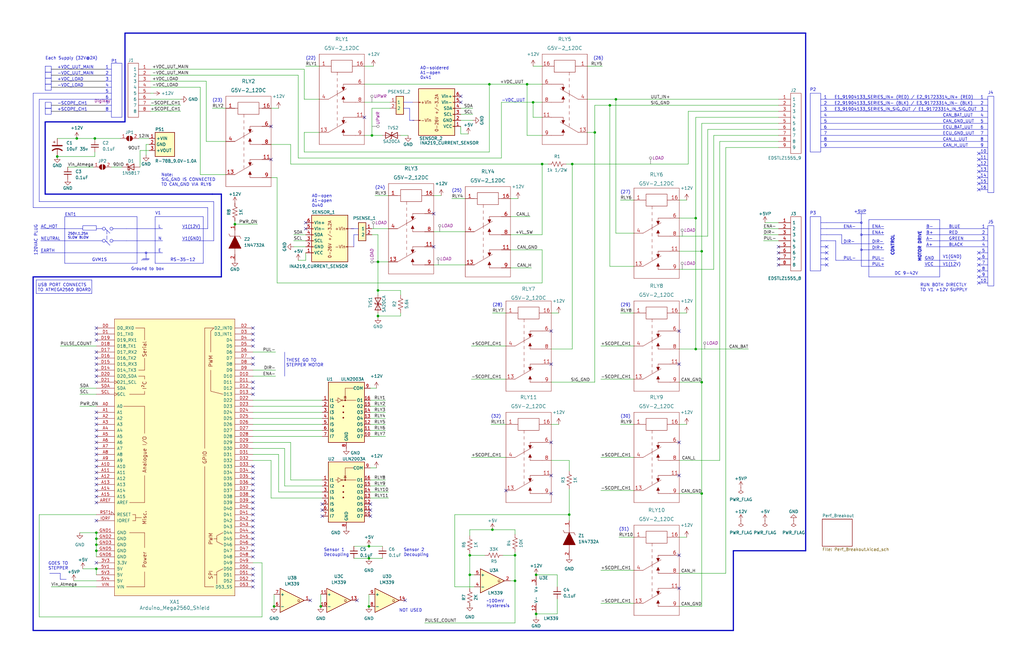
<source format=kicad_sch>
(kicad_sch (version 20230121) (generator eeschema)
  (paper "B")
  (title_block (title "CNH - Terminator,Speed & Flow Sensor Tester") (date "2023-02-15") (rev "B") (company "Trison Solutions LLC"))
  (junction (at 217.17 245.11))
  (junction (at 40.64 232.41))
  (junction (at 159.385 133.35))
  (junction (at 217.17 234.315))
  (junction (at 198.12 234.315))
  (junction (at 40.64 229.87))
  (junction (at 241.3 69.215))
  (junction (at 226.06 259.08))
  (junction (at 228.6 69.215))
  (junction (at 295.91 208.28))
  (junction (at 115.57 255.905))
  (junction (at 40.005 58.42))
  (junction (at 159.385 122.555))
  (junction (at 156.845 57.15))
  (junction (at 293.37 147.32))
  (junction (at 240.03 217.17))
  (junction (at 155.575 255.905))
  (junction (at 259.715 41.91))
  (junction (at 155.575 230.505))
  (junction (at 155.575 235.585))
  (junction (at 295.91 106.045))
  (junction (at 295.91 161.29))
  (junction (at 135.255 255.905))
  (junction (at 40.64 240.03))
  (junction (at 257.175 44.45))
  (junction (at 224.79 43.18))
  (junction (at 226.06 242.57))
  (junction (at 99.06 94.615))
  (junction (at 207.645 223.52))
  (junction (at 250.825 55.88))
  (junction (at 206.375 35.56))
  (junction (at 222.25 35.56))
  (junction (at 24.13 66.04))
  (junction (at 32.385 58.42))
  (junction (at 198.12 242.57))
  (junction (at 293.37 92.075))
  (junction (at 40.64 224.79))
  (junction (at 159.385 110.49))
  (junction (at 40.64 227.33))
  (no_connect (at 40.64 143.51))
  (no_connect (at 40.64 158.75))
  (no_connect (at 106.68 217.17))
  (no_connect (at 106.68 161.29))
  (no_connect (at 286.385 139.7))
  (no_connect (at 106.68 196.85))
  (no_connect (at 182.88 90.17))
  (no_connect (at 286.385 248.285))
  (no_connect (at 106.68 146.05))
  (no_connect (at 232.41 186.69))
  (no_connect (at 106.68 242.57))
  (no_connect (at 232.41 208.28))
  (no_connect (at 40.64 179.07))
  (no_connect (at 128.905 93.98))
  (no_connect (at 40.64 138.43))
  (no_connect (at 106.68 199.39))
  (no_connect (at 106.68 247.65))
  (no_connect (at 328.295 106.68))
  (no_connect (at 40.64 237.49))
  (no_connect (at 128.905 96.52))
  (no_connect (at 114.3 53.34))
  (no_connect (at 328.295 111.76))
  (no_connect (at 106.68 224.79))
  (no_connect (at 40.64 189.23))
  (no_connect (at 106.68 229.87))
  (no_connect (at 156.21 212.725))
  (no_connect (at 328.295 104.14))
  (no_connect (at 106.68 234.95))
  (no_connect (at 40.64 219.71))
  (no_connect (at 40.64 212.09))
  (no_connect (at 106.68 212.09))
  (no_connect (at 40.64 207.01))
  (no_connect (at 106.68 219.71))
  (no_connect (at 40.64 194.31))
  (no_connect (at 194.31 40.64))
  (no_connect (at 40.64 196.85))
  (no_connect (at 106.68 166.37))
  (no_connect (at 40.64 191.77))
  (no_connect (at 114.3 67.31))
  (no_connect (at 40.64 176.53))
  (no_connect (at 40.64 156.21))
  (no_connect (at 106.68 151.13))
  (no_connect (at 40.64 140.97))
  (no_connect (at 182.88 104.14))
  (no_connect (at 40.64 209.55))
  (no_connect (at 194.31 43.18))
  (no_connect (at 130.81 253.365))
  (no_connect (at 106.68 207.01))
  (no_connect (at 106.68 138.43))
  (no_connect (at 40.64 199.39))
  (no_connect (at 286.385 153.67))
  (no_connect (at 135.89 217.805))
  (no_connect (at 135.89 212.725))
  (no_connect (at 232.41 139.7))
  (no_connect (at 40.64 201.93))
  (no_connect (at 106.68 245.11))
  (no_connect (at 40.64 148.59))
  (no_connect (at 156.21 215.265))
  (no_connect (at 286.385 200.66))
  (no_connect (at 232.41 200.66))
  (no_connect (at 40.64 173.99))
  (no_connect (at 106.68 143.51))
  (no_connect (at 170.815 253.365))
  (no_connect (at 156.21 217.805))
  (no_connect (at 106.68 201.93))
  (no_connect (at 286.385 186.69))
  (no_connect (at 40.64 186.69))
  (no_connect (at 106.68 153.67))
  (no_connect (at 106.68 240.03))
  (no_connect (at 286.385 234.315))
  (no_connect (at 106.68 222.25))
  (no_connect (at 106.68 204.47))
  (no_connect (at 150.495 253.365))
  (no_connect (at 328.295 109.22))
  (no_connect (at 40.64 153.67))
  (no_connect (at 106.68 140.97))
  (no_connect (at 106.68 227.33))
  (no_connect (at 153.67 49.53))
  (no_connect (at 232.41 153.67))
  (no_connect (at 135.89 215.265))
  (no_connect (at 40.64 181.61))
  (no_connect (at 40.64 204.47))
  (no_connect (at 106.68 163.83))
  (no_connect (at 213.36 207.01))
  (no_connect (at 106.68 209.55))
  (no_connect (at 40.64 151.13))
  (no_connect (at 106.68 232.41))
  (no_connect (at 40.64 184.15))
  (no_connect (at 40.64 161.29))
  (no_connect (at 106.68 214.63))
  (wire (pts (xy 224.79 43.18) (xy 224.79 49.53)))
  (wire (pts (xy 194.31 50.8) (xy 199.39 50.8)))
  (polyline (pts (xy 170.18 45.72) (xy 172.72 45.72)))
  (polyline (pts (xy 363.855 90.17) (xy 365.125 90.17)))
  (polyline (pts (xy 348.615 106.68) (xy 346.075 106.68)))
  (polyline (pts (xy 347.98 107.315) (xy 349.25 106.045)))
  (polyline (pts (xy 412.75 106.68) (xy 416.56 106.68)))
  (wire (pts (xy 194.31 48.26) (xy 199.39 48.26)))
  (wire (pts (xy 135.255 250.825) (xy 135.255 255.905)))
  (polyline (pts (xy 21.59 36.83) (xy 44.45 36.83)) (stroke (width 0) (type solid) (color 0 0 0 1)))
  (polyline (pts (xy 349.25 109.855) (xy 347.98 108.585)))
  (polyline (pts (xy 65.405 110.49) (xy 65.405 111.125)))
  (polyline (pts (xy 93.345 116.84) (xy 13.97 116.84)) (stroke (width 0.5) (type solid)))
  (wire (pts (xy 217.17 234.315) (xy 217.17 245.11)))
  (polyline (pts (xy 412.115 114.935) (xy 413.385 113.665)))
  (wire (pts (xy 99.06 93.345) (xy 99.06 94.615)))
  (polyline (pts (xy 413.385 80.645) (xy 412.115 79.375)))
  (wire (pts (xy 231.14 69.215) (xy 228.6 69.215)))
  (wire (pts (xy 207.645 223.52) (xy 198.12 223.52)))
  (polyline (pts (xy 412.75 116.84) (xy 416.56 116.84)))
  (polyline (pts (xy 21.59 44.45) (xy 44.45 44.45)) (stroke (width 0) (type solid) (color 0 0 0 1)))
  (wire (pts (xy 259.715 41.91) (xy 259.715 98.425)))
  (wire (pts (xy 168.91 122.555) (xy 168.91 124.46)))
  (polyline (pts (xy 57.785 111.125) (xy 57.785 91.44)))
  (wire (pts (xy 106.68 179.07) (xy 135.89 179.07)))
  (wire (pts (xy 224.79 49.53) (xy 228.6 49.53)))
  (wire (pts (xy 198.755 160.02) (xy 213.36 160.02)))
  (polyline (pts (xy 352.425 101.6) (xy 352.425 109.855)))
  (polyline (pts (xy 414.02 44.45) (xy 416.56 44.45)))
  (wire (pts (xy 300.99 57.15) (xy 328.295 57.15)))
  (wire (pts (xy 222.25 35.56) (xy 222.25 57.15)))
  (polyline (pts (xy 13.97 87.63) (xy 13.97 39.37)))
  (polyline (pts (xy 21.59 34.29) (xy 44.45 34.29)) (stroke (width 0) (type solid) (color 0 0 0 1)))
  (wire (pts (xy 212.09 234.315) (xy 217.17 234.315)))
  (wire (pts (xy 198.755 146.05) (xy 213.36 146.05)))
  (wire (pts (xy 257.175 112.395) (xy 257.175 44.45)))
  (wire (pts (xy 153.67 27.94) (xy 157.48 27.94)))
  (polyline (pts (xy 366.395 116.84) (xy 396.24 116.84)))
  (polyline (pts (xy 44.45 39.37) (xy 46.99 39.37)))
  (wire (pts (xy 106.68 156.21) (xy 116.205 156.21)))
  (wire (pts (xy 303.53 59.69) (xy 328.295 59.69)))
  (polyline (pts (xy 412.115 70.485) (xy 413.385 69.215)))
  (wire (pts (xy 222.25 57.15) (xy 228.6 57.15)))
  (wire (pts (xy 207.01 179.07) (xy 213.36 179.07)))
  (wire (pts (xy 32.385 58.42) (xy 40.005 58.42)))
  (polyline (pts (xy 414.02 59.69) (xy 416.56 59.69)))
  (wire (pts (xy 267.335 98.425) (xy 259.715 98.425)))
  (wire (pts (xy 128.905 104.14) (xy 123.825 104.14)))
  (wire (pts (xy 34.925 240.03) (xy 40.64 240.03)))
  (wire (pts (xy 153.67 35.56) (xy 206.375 35.56)))
  (wire (pts (xy 106.68 189.23) (xy 120.015 189.23)))
  (polyline (pts (xy 52.705 51.435) (xy 19.05 51.435)) (stroke (width 0.5) (type solid)))
  (wire (pts (xy 21.59 247.65) (xy 40.64 247.65)))
  (polyline (pts (xy 412.75 67.31) (xy 416.56 67.31)))
  (polyline (pts (xy 76.835 101.6) (xy 90.17 101.6)))
  (wire (pts (xy 110.49 260.35) (xy 16.51 260.35)))
  (wire (pts (xy 158.115 82.55) (xy 163.83 82.55)))
  (polyline (pts (xy 348.615 46.99) (xy 414.02 46.99)))
  (polyline (pts (xy 389.89 109.855) (xy 403.225 109.855)))
  (polyline (pts (xy 348.615 52.07) (xy 414.02 52.07)))
  (wire (pts (xy 182.88 97.79) (xy 196.215 97.79)))
  (polyline (pts (xy 349.25 112.395) (xy 347.98 111.125)))
  (polyline (pts (xy 149.225 104.14) (xy 149.225 99.06)))
  (wire (pts (xy 250.825 55.88) (xy 250.825 161.29)))
  (polyline (pts (xy 21.59 31.75) (xy 44.45 31.75)) (stroke (width 0) (type solid) (color 0 0 0 1)))
  (polyline (pts (xy 354.965 99.06) (xy 354.965 102.235)))
  (wire (pts (xy 155.575 230.505) (xy 161.29 230.505)))
  (wire (pts (xy 114.3 60.96) (xy 122.555 60.96)))
  (wire (pts (xy 153.67 57.15) (xy 156.845 57.15)))
  (wire (pts (xy 106.68 148.59) (xy 116.205 148.59)))
  (wire (pts (xy 31.115 245.11) (xy 40.64 245.11)))
  (wire (pts (xy 64.77 39.37) (xy 63.5 39.37)))
  (wire (pts (xy 40.64 229.87) (xy 40.64 232.41)))
  (wire (pts (xy 86.995 59.69) (xy 95.25 59.69)))
  (polyline (pts (xy 412.115 67.945) (xy 413.385 66.675)))
  (polyline (pts (xy 65.405 92.71) (xy 65.405 110.49)))
  (polyline (pts (xy 44.45 96.52) (xy 46.355 98.425)))
  (wire (pts (xy 228.6 43.18) (xy 224.79 43.18)))
  (polyline (pts (xy 348.615 93.98) (xy 346.075 93.98)))
  (polyline (pts (xy 366.395 92.71) (xy 396.24 92.71)))
  (wire (pts (xy 120.015 205.105) (xy 135.89 205.105)))
  (wire (pts (xy 295.91 106.045) (xy 295.91 52.07)))
  (wire (pts (xy 33.655 166.37) (xy 40.64 166.37)))
  (wire (pts (xy 128.27 29.21) (xy 128.27 41.91)))
  (wire (pts (xy 86.995 34.29) (xy 86.995 59.69)))
  (polyline (pts (xy 149.225 104.14) (xy 149.225 104.14)))
  (wire (pts (xy 128.905 109.855) (xy 125.73 109.855)))
  (wire (pts (xy 228.6 69.215) (xy 228.6 99.06)))
  (wire (pts (xy 207.645 132.08) (xy 213.36 132.08)))
  (polyline (pts (xy 16.51 85.09) (xy 16.51 41.91)))
  (wire (pts (xy 115.57 250.825) (xy 115.57 255.905)))
  (wire (pts (xy 159.385 99.06) (xy 159.385 110.49)))
  (wire (pts (xy 149.225 230.505) (xy 155.575 230.505)))
  (polyline (pts (xy 38.735 118.11) (xy 15.24 118.11)))
  (polyline (pts (xy 44.45 36.83) (xy 46.99 36.83)))
  (polyline (pts (xy 412.75 72.39) (xy 416.56 72.39)))
  (wire (pts (xy 156.21 168.91) (xy 162.56 168.91)))
  (wire (pts (xy 24.13 58.42) (xy 32.385 58.42)))
  (wire (pts (xy 59.055 63.5) (xy 62.865 63.5)))
  (polyline (pts (xy 17.145 101.6) (xy 43.18 101.6)))
  (wire (pts (xy 217.17 245.11) (xy 217.17 262.89)))
  (wire (pts (xy 156.845 45.72) (xy 164.465 45.72)))
  (wire (pts (xy 122.555 60.96) (xy 122.555 69.215)))
  (wire (pts (xy 117.475 207.645) (xy 135.89 207.645)))
  (wire (pts (xy 128.27 41.91) (xy 134.62 41.91)))
  (wire (pts (xy 28.575 70.485) (xy 39.37 70.485)))
  (polyline (pts (xy 25.4 241.935) (xy 25.4 244.475)))
  (polyline (pts (xy 339.725 232.41) (xy 339.725 13.97)) (stroke (width 0.5) (type solid)))
  (polyline (pts (xy 348.615 62.23) (xy 414.02 62.23)))
  (wire (pts (xy 253.365 254.635) (xy 267.335 254.635)))
  (polyline (pts (xy 347.98 104.775) (xy 349.25 103.505)))
  (polyline (pts (xy 87.63 96.52) (xy 87.63 87.63)))
  (polyline (pts (xy 348.615 54.61) (xy 346.075 54.61)))
  (wire (pts (xy 321.945 99.06) (xy 328.295 99.06)))
  (polyline (pts (xy 348.615 99.06) (xy 346.075 99.06)))
  (wire (pts (xy 286.385 113.665) (xy 300.99 113.665)))
  (wire (pts (xy 234.95 259.08) (xy 234.95 252.73)))
  (polyline (pts (xy 61.595 109.855) (xy 62.23 109.22)))
  (wire (pts (xy 168.91 133.35) (xy 159.385 133.35)))
  (polyline (pts (xy 24.13 29.21) (xy 44.45 29.21)) (stroke (width 0) (type solid) (color 0 0 0 1)))
  (polyline (pts (xy 412.75 114.3) (xy 416.56 114.3)))
  (polyline (pts (xy 21.59 29.21) (xy 24.13 29.21)) (stroke (width 0) (type solid) (color 0 0 0 1)))
  (wire (pts (xy 226.06 242.57) (xy 234.95 242.57)))
  (polyline (pts (xy 414.02 41.91) (xy 416.56 41.91)))
  (polyline (pts (xy 412.115 120.015) (xy 413.385 118.745)))
  (wire (pts (xy 182.88 111.76) (xy 196.215 111.76)))
  (polyline (pts (xy 120.015 148.59) (xy 120.015 158.75)))
  (wire (pts (xy 293.37 49.53) (xy 293.37 92.075)))
  (wire (pts (xy 117.475 191.77) (xy 117.475 207.645)))
  (wire (pts (xy 16.51 217.17) (xy 40.64 217.17)))
  (polyline (pts (xy 412.75 77.47) (xy 416.56 77.47)))
  (wire (pts (xy 286.385 106.045) (xy 295.91 106.045)))
  (wire (pts (xy 295.91 52.07) (xy 328.295 52.07)))
  (polyline (pts (xy 85.725 110.49) (xy 85.725 111.125)))
  (polyline (pts (xy 348.615 101.6) (xy 346.075 101.6)))
  (polyline (pts (xy 348.615 96.52) (xy 346.075 96.52)))
  (polyline (pts (xy 396.24 92.71) (xy 396.24 116.84)))
  (wire (pts (xy 116.84 74.93) (xy 116.84 119.38)))
  (polyline (pts (xy 412.115 80.645) (xy 413.385 79.375)))
  (wire (pts (xy 156.21 173.99) (xy 162.56 173.99)))
  (polyline (pts (xy 361.315 90.17) (xy 363.855 90.17)))
  (wire (pts (xy 63.5 31.75) (xy 125.73 31.75)))
  (polyline (pts (xy 44.45 101.6) (xy 46.355 103.505)))
  (wire (pts (xy 200.025 247.65) (xy 191.77 247.65)))
  (polyline (pts (xy 44.45 46.99) (xy 46.99 46.99)))
  (wire (pts (xy 206.375 35.56) (xy 222.25 35.56)))
  (polyline (pts (xy 65.405 111.125) (xy 85.725 111.125)))
  (wire (pts (xy 63.5 34.29) (xy 86.995 34.29)))
  (polyline (pts (xy 348.615 54.61) (xy 414.02 54.61)))
  (wire (pts (xy 89.535 45.72) (xy 95.25 45.72)))
  (wire (pts (xy 159.385 133.35) (xy 159.385 132.08)))
  (polyline (pts (xy 414.02 104.14) (xy 390.525 104.14)))
  (wire (pts (xy 240.03 194.31) (xy 240.03 198.755)))
  (polyline (pts (xy 53.34 101.6) (xy 68.58 101.6)))
  (polyline (pts (xy 348.615 109.22) (xy 346.075 109.22)))
  (wire (pts (xy 295.91 161.29) (xy 295.91 208.28)))
  (polyline (pts (xy 60.325 109.22) (xy 62.23 109.22)))
  (wire (pts (xy 253.365 193.04) (xy 267.335 193.04)))
  (polyline (pts (xy 17.145 106.68) (xy 17.78 106.68)))
  (wire (pts (xy 198.12 242.57) (xy 198.12 248.285)))
  (wire (pts (xy 134.62 55.88) (xy 128.27 55.88)))
  (polyline (pts (xy 17.78 106.68) (xy 68.58 106.68)))
  (polyline (pts (xy 348.615 59.69) (xy 346.075 59.69)))
  (wire (pts (xy 306.07 62.23) (xy 306.07 241.935)))
  (polyline (pts (xy 44.45 31.75) (xy 46.99 31.75)))
  (wire (pts (xy 228.6 119.38) (xy 228.6 105.41)))
  (wire (pts (xy 293.37 92.075) (xy 293.37 147.32)))
  (polyline (pts (xy 45.085 97.155) (xy 45.085 102.235)) (stroke (width 0) (type dash)))
  (polyline (pts (xy 52.705 13.97) (xy 339.725 13.97)) (stroke (width 0.5) (type solid)))
  (wire (pts (xy 114.3 194.31) (xy 106.68 194.31)))
  (polyline (pts (xy 47.625 96.52) (xy 53.34 96.52)))
  (polyline (pts (xy 40.64 96.52) (xy 43.18 96.52)))
  (wire (pts (xy 63.5 44.45) (xy 76.2 44.45)))
  (wire (pts (xy 106.68 168.91) (xy 135.89 168.91)))
  (polyline (pts (xy 413.385 109.855) (xy 412.115 108.585)))
  (wire (pts (xy 286.385 161.29) (xy 295.91 161.29)))
  (wire (pts (xy 106.68 158.75) (xy 116.205 158.75)))
  (wire (pts (xy 106.68 176.53) (xy 135.89 176.53)))
  (wire (pts (xy 33.655 163.83) (xy 40.64 163.83)))
  (polyline (pts (xy 412.115 73.025) (xy 413.385 71.755)))
  (polyline (pts (xy 348.615 41.91) (xy 346.075 41.91)))
  (polyline (pts (xy 348.615 49.53) (xy 414.02 49.53)))
  (polyline (pts (xy 355.6 102.87) (xy 372.745 102.87)))
  (polyline (pts (xy 90.17 85.09) (xy 16.51 85.09)))
  (wire (pts (xy 191.77 217.17) (xy 191.77 247.65)))
  (wire (pts (xy 114.3 210.185) (xy 114.3 194.31)))
  (wire (pts (xy 25.4 146.05) (xy 40.64 146.05)))
  (wire (pts (xy 156.21 163.83) (xy 158.75 163.83)))
  (polyline (pts (xy 412.75 111.76) (xy 416.56 111.76)))
  (polyline (pts (xy 147.955 96.52) (xy 151.13 96.52)))
  (wire (pts (xy 120.015 189.23) (xy 120.015 205.105)))
  (polyline (pts (xy 355.6 109.855) (xy 372.745 109.855)))
  (wire (pts (xy 286.385 194.31) (xy 303.53 194.31)))
  (polyline (pts (xy 89.535 81.915) (xy 93.345 81.915)) (stroke (width 0.5) (type solid)))
  (polyline (pts (xy 414.02 57.15) (xy 416.56 57.15)))
  (wire (pts (xy 328.295 46.99) (xy 290.195 46.99)))
  (polyline (pts (xy 27.305 91.44) (xy 27.305 92.71)))
  (wire (pts (xy 159.385 122.555) (xy 159.385 124.46)))
  (polyline (pts (xy 354.965 102.235) (xy 354.965 102.87)))
  (polyline (pts (xy 52.705 13.97) (xy 52.705 51.435)) (stroke (width 0.5) (type solid)))
  (polyline (pts (xy 413.385 107.315) (xy 412.115 106.045)))
  (polyline (pts (xy 348.615 104.14) (xy 346.075 104.14)))
  (wire (pts (xy 156.845 96.52) (xy 163.83 96.52)))
  (wire (pts (xy 198.12 233.68) (xy 198.12 234.315)))
  (wire (pts (xy 156.21 202.565) (xy 162.56 202.565)))
  (wire (pts (xy 128.905 101.6) (xy 123.825 101.6)))
  (polyline (pts (xy 414.02 96.52) (xy 390.525 96.52)))
  (wire (pts (xy 286.385 147.32) (xy 293.37 147.32)))
  (wire (pts (xy 328.295 93.98) (xy 322.58 93.98)))
  (wire (pts (xy 46.99 70.485) (xy 51.435 70.485)))
  (polyline (pts (xy 363.22 99.06) (xy 372.745 99.06)))
  (polyline (pts (xy 414.02 99.06) (xy 416.56 99.06)))
  (wire (pts (xy 295.91 208.28) (xy 295.91 255.905)))
  (wire (pts (xy 211.455 43.18) (xy 224.79 43.18)))
  (wire (pts (xy 125.73 66.675) (xy 211.455 66.675)))
  (wire (pts (xy 33.655 171.45) (xy 40.64 171.45)))
  (wire (pts (xy 125.73 31.75) (xy 125.73 66.675)))
  (wire (pts (xy 226.06 260.35) (xy 226.06 259.08)))
  (wire (pts (xy 286.385 132.08) (xy 289.56 132.08)))
  (wire (pts (xy 217.17 223.52) (xy 207.645 223.52)))
  (wire (pts (xy 228.6 69.215) (xy 122.555 69.215)))
  (wire (pts (xy 303.53 59.69) (xy 303.53 194.31)))
  (polyline (pts (xy 348.615 93.98) (xy 363.22 93.98)))
  (polyline (pts (xy 412.115 107.315) (xy 413.385 106.045)))
  (polyline (pts (xy 412.115 109.855) (xy 413.385 108.585)))
  (wire (pts (xy 168.91 132.08) (xy 168.91 133.35)))
  (polyline (pts (xy 352.425 109.855) (xy 355.6 109.855)))
  (polyline (pts (xy 366.395 92.71) (xy 366.395 116.84)))
  (wire (pts (xy 253.365 207.01) (xy 267.335 207.01)))
  (wire (pts (xy 217.17 225.425) (xy 217.17 223.52)))
  (polyline (pts (xy 347.98 109.855) (xy 349.25 108.585)))
  (polyline (pts (xy 76.835 96.52) (xy 87.63 96.52)))
  (wire (pts (xy 198.12 255.27) (xy 198.12 255.905)))
  (wire (pts (xy 211.455 66.675) (xy 211.455 43.18)))
  (wire (pts (xy 206.375 35.56) (xy 206.375 64.135)))
  (wire (pts (xy 114.3 210.185) (xy 135.89 210.185)))
  (polyline (pts (xy 349.25 104.775) (xy 347.98 103.505)))
  (wire (pts (xy 267.335 112.395) (xy 257.175 112.395)))
  (polyline (pts (xy 363.22 93.98) (xy 363.22 90.17)))
  (wire (pts (xy 191.77 217.17) (xy 240.03 217.17)))
  (polyline (pts (xy 28.575 91.44) (xy 57.785 91.44)))
  (wire (pts (xy 122.555 186.69) (xy 122.555 202.565)))
  (wire (pts (xy 128.905 106.68) (xy 128.905 109.855)))
  (wire (pts (xy 99.06 94.615) (xy 108.585 94.615)))
  (wire (pts (xy 40.005 58.42) (xy 40.005 59.055)))
  (wire (pts (xy 63.5 46.99) (xy 76.2 46.99)))
  (wire (pts (xy 259.715 41.91) (xy 328.295 41.91)))
  (polyline (pts (xy 412.75 80.01) (xy 416.56 80.01)))
  (wire (pts (xy 306.07 62.23) (xy 328.295 62.23)))
  (wire (pts (xy 156.21 210.185) (xy 163.83 210.185)))
  (wire (pts (xy 293.37 147.32) (xy 315.595 147.32)))
  (wire (pts (xy 194.31 53.34) (xy 194.31 56.515)))
  (wire (pts (xy 198.12 223.52) (xy 198.12 226.06)))
  (wire (pts (xy 84.455 73.66) (xy 95.25 73.66)))
  (polyline (pts (xy 19.05 51.435) (xy 19.05 81.915)) (stroke (width 0.5) (type solid)))
  (polyline (pts (xy 149.225 99.06) (xy 151.13 99.06)))
  (wire (pts (xy 155.575 235.585) (xy 161.29 235.585)))
  (wire (pts (xy 286.385 84.455) (xy 289.56 84.455)))
  (polyline (pts (xy 412.115 78.105) (xy 413.385 76.835)))
  (wire (pts (xy 250.825 44.45) (xy 257.175 44.45)))
  (polyline (pts (xy 412.115 117.475) (xy 413.385 116.205)))
  (wire (pts (xy 40.64 240.03) (xy 40.64 242.57)))
  (wire (pts (xy 168.91 57.15) (xy 172.085 57.15)))
  (polyline (pts (xy 15.24 118.11) (xy 15.24 123.825)))
  (polyline (pts (xy 87.63 87.63) (xy 13.97 87.63)))
  (polyline (pts (xy 16.51 41.91) (xy 44.45 41.91)))
  (polyline (pts (xy 414.02 101.6) (xy 416.56 101.6)))
  (wire (pts (xy 232.41 147.32) (xy 241.3 147.32)))
  (polyline (pts (xy 413.385 65.405) (xy 412.115 64.135)))
  (polyline (pts (xy 170.18 43.18) (xy 173.99 43.18)))
  (wire (pts (xy 286.385 179.07) (xy 289.56 179.07)))
  (polyline (pts (xy 309.245 266.065) (xy 309.245 232.41)) (stroke (width 0.5) (type solid)))
  (polyline (pts (xy 15.24 123.825) (xy 38.735 123.825)))
  (wire (pts (xy 149.225 235.585) (xy 155.575 235.585)))
  (wire (pts (xy 159.385 110.49) (xy 159.385 122.555)))
  (polyline (pts (xy 60.325 109.855) (xy 60.96 109.22)))
  (wire (pts (xy 234.95 242.57) (xy 234.95 247.65)))
  (polyline (pts (xy 412.115 65.405) (xy 413.385 64.135)))
  (wire (pts (xy 128.905 99.06) (xy 123.825 99.06)))
  (wire (pts (xy 159.385 110.49) (xy 163.83 110.49)))
  (wire (pts (xy 106.68 171.45) (xy 135.89 171.45)))
  (polyline (pts (xy 47.625 101.6) (xy 53.34 101.6)))
  (polyline (pts (xy 61.595 109.22) (xy 61.595 106.68)))
  (polyline (pts (xy 412.115 75.565) (xy 413.385 74.295)))
  (polyline (pts (xy 90.17 101.6) (xy 90.17 85.09)))
  (polyline (pts (xy 412.75 64.77) (xy 416.56 64.77)))
  (wire (pts (xy 106.68 184.15) (xy 135.89 184.15)))
  (wire (pts (xy 215.265 83.82) (xy 218.44 83.82)))
  (wire (pts (xy 156.845 45.72) (xy 156.845 57.15)))
  (polyline (pts (xy 60.96 109.855) (xy 61.595 109.22)))
  (polyline (pts (xy 413.385 120.015) (xy 412.115 118.745)))
  (polyline (pts (xy 27.305 92.71) (xy 27.305 111.125)))
  (wire (pts (xy 198.12 234.315) (xy 198.12 242.57)))
  (polyline (pts (xy 309.245 232.41) (xy 339.725 232.41)) (stroke (width 0.5) (type solid)))
  (polyline (pts (xy 413.385 75.565) (xy 412.115 74.295)))
  (wire (pts (xy 156.21 179.07) (xy 162.56 179.07)))
  (polyline (pts (xy 25.4 244.475) (xy 27.94 244.475)))
  (polyline (pts (xy 348.615 44.45) (xy 346.075 44.45)))
  (polyline (pts (xy 38.735 118.11) (xy 38.735 118.745)))
  (wire (pts (xy 261.62 132.08) (xy 267.335 132.08)))
  (wire (pts (xy 253.365 146.05) (xy 267.335 146.05)))
  (polyline (pts (xy 44.45 34.29) (xy 46.99 34.29)))
  (wire (pts (xy 106.68 191.77) (xy 117.475 191.77)))
  (wire (pts (xy 190.5 83.82) (xy 196.215 83.82)))
  (wire (pts (xy 222.25 35.56) (xy 228.6 35.56)))
  (wire (pts (xy 106.68 237.49) (xy 110.49 237.49)))
  (wire (pts (xy 217.17 233.045) (xy 217.17 234.315)))
  (wire (pts (xy 63.5 36.83) (xy 84.455 36.83)))
  (wire (pts (xy 247.65 27.94) (xy 254 27.94)))
  (wire (pts (xy 40.64 227.33) (xy 40.64 229.87)))
  (polyline (pts (xy 354.965 102.87) (xy 355.6 102.87)))
  (wire (pts (xy 232.41 161.29) (xy 250.825 161.29)))
  (wire (pts (xy 84.455 36.83) (xy 84.455 73.66)))
  (wire (pts (xy 232.41 179.07) (xy 235.585 179.07)))
  (wire (pts (xy 260.985 226.695) (xy 267.335 226.695)))
  (polyline (pts (xy 413.385 117.475) (xy 412.115 116.205)))
  (wire (pts (xy 232.41 132.08) (xy 235.585 132.08)))
  (polyline (pts (xy 62.23 109.22) (xy 62.865 109.22)))
  (wire (pts (xy 295.91 106.045) (xy 295.91 161.29)))
  (wire (pts (xy 238.76 69.215) (xy 241.3 69.215)))
  (wire (pts (xy 250.825 55.88) (xy 250.825 44.45)))
  (wire (pts (xy 290.195 46.99) (xy 290.195 69.215)))
  (polyline (pts (xy 65.405 91.44) (xy 85.725 91.44)))
  (polyline (pts (xy 348.615 99.06) (xy 354.965 99.06)))
  (wire (pts (xy 40.005 66.04) (xy 40.005 64.135)))
  (polyline (pts (xy 413.385 78.105) (xy 412.115 76.835)))
  (wire (pts (xy 215.265 105.41) (xy 228.6 105.41)))
  (wire (pts (xy 198.12 242.57) (xy 200.025 242.57)))
  (polyline (pts (xy 93.345 81.915) (xy 93.345 116.84)) (stroke (width 0.5) (type solid)))
  (polyline (pts (xy 348.615 111.76) (xy 346.075 111.76)))
  (wire (pts (xy 156.21 207.645) (xy 163.83 207.645)))
  (polyline (pts (xy 62.23 109.855) (xy 62.865 109.22)))
  (wire (pts (xy 40.64 232.41) (xy 40.64 234.95)))
  (polyline (pts (xy 413.385 70.485) (xy 412.115 69.215)))
  (polyline (pts (xy 85.725 110.49) (xy 85.725 91.44)))
  (polyline (pts (xy 13.97 39.37) (xy 44.45 39.37)))
  (wire (pts (xy 286.385 255.905) (xy 295.91 255.905)))
  (polyline (pts (xy 19.05 81.915) (xy 89.535 81.915)) (stroke (width 0.5) (type solid)))
  (polyline (pts (xy 347.98 112.395) (xy 349.25 111.125)))
  (wire (pts (xy 161.29 57.15) (xy 156.845 57.15)))
  (polyline (pts (xy 413.385 112.395) (xy 412.115 111.125)))
  (polyline (pts (xy 363.22 93.98) (xy 363.22 112.395)))
  (wire (pts (xy 155.575 250.825) (xy 155.575 255.905)))
  (wire (pts (xy 293.37 49.53) (xy 328.295 49.53)))
  (polyline (pts (xy 412.75 74.93) (xy 416.56 74.93)))
  (polyline (pts (xy 172.72 45.72) (xy 172.72 50.8)))
  (wire (pts (xy 298.45 99.695) (xy 298.45 54.61)))
  (wire (pts (xy 156.21 176.53) (xy 162.56 176.53)))
  (polyline (pts (xy 348.615 62.23) (xy 346.075 62.23)))
  (polyline (pts (xy 348.615 57.15) (xy 414.02 57.15)))
  (polyline (pts (xy 38.735 118.745) (xy 38.735 123.825)))
  (wire (pts (xy 61.595 60.96) (xy 61.595 65.405)))
  (wire (pts (xy 257.175 44.45) (xy 328.295 44.45)))
  (wire (pts (xy 240.03 217.17) (xy 240.03 219.71)))
  (polyline (pts (xy 413.385 114.935) (xy 412.115 113.665)))
  (polyline (pts (xy 44.45 41.91) (xy 46.99 41.91)))
  (polyline (pts (xy 13.97 266.065) (xy 309.245 266.065)) (stroke (width 0.5) (type solid)))
  (wire (pts (xy 106.68 173.99) (xy 135.89 173.99)))
  (polyline (pts (xy 413.385 73.025) (xy 412.115 71.755)))
  (wire (pts (xy 198.12 234.315) (xy 204.47 234.315)))
  (wire (pts (xy 122.555 202.565) (xy 135.89 202.565)))
  (polyline (pts (xy 348.615 49.53) (xy 346.075 49.53)))
  (polyline (pts (xy 414.02 104.14) (xy 416.56 104.14)))
  (polyline (pts (xy 348.615 41.91) (xy 414.02 41.91)))
  (polyline (pts (xy 389.89 112.395) (xy 403.225 112.395)))
  (wire (pts (xy 62.865 60.96) (xy 61.595 60.96)))
  (wire (pts (xy 215.265 245.11) (xy 217.17 245.11)))
  (wire (pts (xy 321.945 101.6) (xy 328.295 101.6)))
  (polyline (pts (xy 53.34 96.52) (xy 68.58 96.52)))
  (wire (pts (xy 261.62 179.07) (xy 267.335 179.07)))
  (wire (pts (xy 153.67 43.18) (xy 164.465 43.18)))
  (polyline (pts (xy 414.02 54.61) (xy 416.56 54.61)))
  (wire (pts (xy 106.68 181.61) (xy 135.89 181.61)))
  (wire (pts (xy 228.6 27.94) (xy 224.79 27.94)))
  (polyline (pts (xy 44.45 29.21) (xy 46.99 29.21)))
  (polyline (pts (xy 348.615 57.15) (xy 346.075 57.15)))
  (polyline (pts (xy 412.115 112.395) (xy 413.385 111.125)))
  (wire (pts (xy 110.49 237.49) (xy 110.49 260.35)))
  (wire (pts (xy 241.3 69.215) (xy 241.3 147.32)))
  (wire (pts (xy 179.07 262.89) (xy 217.17 262.89)))
  (wire (pts (xy 58.42 58.42) (xy 62.865 58.42)))
  (polyline (pts (xy 413.385 67.945) (xy 412.115 66.675)))
  (wire (pts (xy 300.99 113.665) (xy 300.99 57.15)))
  (wire (pts (xy 194.31 45.72) (xy 199.39 45.72)))
  (wire (pts (xy 215.265 91.44) (xy 223.52 91.44)))
  (polyline (pts (xy 414.02 99.06) (xy 390.525 99.06)))
  (wire (pts (xy 33.655 224.79) (xy 40.64 224.79)))
  (polyline (pts (xy 414.02 62.23) (xy 416.56 62.23)))
  (wire (pts (xy 226.06 259.08) (xy 234.95 259.08)))
  (wire (pts (xy 286.385 92.075) (xy 293.37 92.075)))
  (wire (pts (xy 253.365 240.665) (xy 267.335 240.665)))
  (polyline (pts (xy 348.615 101.6) (xy 352.425 101.6)))
  (polyline (pts (xy 348.615 46.99) (xy 346.075 46.99)))
  (polyline (pts (xy 20.955 241.935) (xy 25.4 241.935)))
  (polyline (pts (xy 414.02 46.99) (xy 416.56 46.99)))
  (wire (pts (xy 286.385 99.695) (xy 298.45 99.695)))
  (wire (pts (xy 156.21 205.105) (xy 162.56 205.105)))
  (wire (pts (xy 198.755 193.04) (xy 213.36 193.04)))
  (wire (pts (xy 156.845 99.06) (xy 159.385 99.06)))
  (polyline (pts (xy 27.305 111.125) (xy 57.785 111.125)))
  (wire (pts (xy 247.65 55.88) (xy 250.825 55.88)))
  (wire (pts (xy 226.06 259.08) (xy 226.06 258.445)))
  (wire (pts (xy 40.64 224.79) (xy 40.64 227.33)))
  (wire (pts (xy 261.62 84.455) (xy 267.335 84.455)))
  (wire (pts (xy 194.31 56.515) (xy 197.485 56.515)))
  (polyline (pts (xy 363.22 105.41) (xy 372.745 105.41)))
  (wire (pts (xy 241.3 69.215) (xy 290.195 69.215)))
  (wire (pts (xy 240.03 217.17) (xy 240.03 206.375)))
  (polyline (pts (xy 59.69 109.855) (xy 60.325 109.22)))
  (polyline (pts (xy 348.615 59.69) (xy 414.02 59.69)))
  (wire (pts (xy 156.21 181.61) (xy 162.56 181.61)))
  (wire (pts (xy 24.13 66.04) (xy 40.005 66.04)))
  (polyline (pts (xy 348.615 44.45) (xy 414.02 44.45)))
  (polyline (pts (xy 414.02 101.6) (xy 390.525 101.6)))
  (polyline (pts (xy 28.575 91.44) (xy 27.305 91.44)))
  (wire (pts (xy 114.3 74.93) (xy 116.84 74.93)))
  (wire (pts (xy 232.41 194.31) (xy 240.03 194.31)))
  (wire (pts (xy 128.905 27.94) (xy 134.62 27.94)))
  (wire (pts (xy 215.265 99.06) (xy 228.6 99.06)))
  (wire (pts (xy 159.385 122.555) (xy 168.91 122.555)))
  (wire (pts (xy 114.3 45.72) (xy 117.475 45.72)))
  (wire (pts (xy 128.27 55.88) (xy 128.27 64.135)))
  (wire (pts (xy 156.21 171.45) (xy 162.56 171.45)))
  (polyline (pts (xy 348.615 96.52) (xy 355.6 96.52)))
  (polyline (pts (xy 44.45 44.45) (xy 46.99 44.45)))
  (polyline (pts (xy 414.02 49.53) (xy 416.56 49.53)))
  (wire (pts (xy 63.5 29.21) (xy 128.27 29.21)))
  (wire (pts (xy 253.365 160.02) (xy 267.335 160.02)))
  (wire (pts (xy 286.385 208.28) (xy 295.91 208.28)))
  (wire (pts (xy 286.385 241.935) (xy 306.07 241.935)))
  (polyline (pts (xy 412.75 109.22) (xy 416.56 109.22)))
  (wire (pts (xy 298.45 54.61) (xy 328.295 54.61)))
  (polyline (pts (xy 21.59 46.99) (xy 44.45 46.99)) (stroke (width 0) (type solid) (color 0 0 0 1)))
  (wire (pts (xy 215.265 113.03) (xy 224.155 113.03)))
  (polyline (pts (xy 414.02 96.52) (xy 416.56 96.52)))
  (polyline (pts (xy 172.72 50.8) (xy 174.625 50.8)))
  (wire (pts (xy 286.385 226.695) (xy 289.56 226.695)))
  (wire (pts (xy 40.005 58.42) (xy 50.8 58.42)))
  (wire (pts (xy 128.27 64.135) (xy 206.375 64.135)))
  (polyline (pts (xy 17.145 96.52) (xy 34.925 96.52)))
  (polyline (pts (xy 414.02 52.07) (xy 416.56 52.07)))
  (wire (pts (xy 63.5 41.91) (xy 76.2 41.91)))
  (polyline (pts (xy 13.97 116.84) (xy 13.97 266.065)) (stroke (width 0.5) (type solid)))
  (polyline (pts (xy 349.25 107.315) (xy 347.98 106.045)))
  (wire (pts (xy 156.21 197.485) (xy 158.75 197.485)))
  (wire (pts (xy 106.68 186.69) (xy 122.555 186.69)))
  (wire (pts (xy 159.385 133.985) (xy 159.385 133.35)))
  (wire (pts (xy 59.055 70.485) (xy 59.055 63.5)))
  (polyline (pts (xy 412.75 119.38) (xy 416.56 119.38)))
  (wire (pts (xy 156.21 184.15) (xy 162.56 184.15)))
  (wire (pts (xy 182.88 82.55) (xy 186.055 82.55)))
  (wire (pts (xy 247.65 41.91) (xy 259.715 41.91)))
  (wire (pts (xy 116.84 119.38) (xy 228.6 119.38)))
  (wire (pts (xy 226.06 242.57) (xy 226.06 243.205)))
  (wire (pts (xy 321.945 96.52) (xy 328.295 96.52)))
  (polyline (pts (xy 355.6 96.52) (xy 372.745 96.52)))
  (polyline (pts (xy 65.405 91.44) (xy 65.405 92.71)))
  (polyline (pts (xy 412.75 69.85) (xy 416.56 69.85)))
  (polyline (pts (xy 363.22 112.395) (xy 372.745 112.395)))
  (polyline (pts (xy 348.615 52.07) (xy 346.075 52.07)))
  (wire (pts (xy 16.51 260.35) (xy 16.51 217.17)))
  (circle (center 46.99 101.6) (radius 0.635))
  (circle (center 61.595 106.68) (radius 0.4016) (fill (type color)))
  (rectangle (start 416.56 95.25) (end 419.1 120.65))
  (rectangle (start 19.05 30.48) (end 21.59 33.02))
  (circle (center 43.815 96.52) (radius 0.635))
  (rectangle (start 19.05 43.18) (end 21.59 45.72))
  (rectangle (start 46.99 26.67) (end 51.435 49.53))
  (rectangle (start 19.05 27.94) (end 21.59 30.48))
  (circle (center 46.99 96.52) (radius 0.635))
  (rectangle (start 19.05 35.56) (end 21.59 38.1))
  (rectangle (start 341.63 39.37) (end 346.075 64.135))
  (rectangle (start 19.05 45.72) (end 21.59 48.26))
  (circle (center 43.815 101.6) (radius 0.635))
  (rectangle (start 341.63 91.44) (end 346.075 114.3))
  (circle (center 363.22 99.06) (radius 0.4016) (fill (type color)))
  (rectangle (start 19.05 33.02) (end 21.59 35.56))
  (rectangle (start 34.925 95.25) (end 40.64 97.155))
  (circle (center 363.22 105.41) (radius 0.4016) (fill (type color)))
  (circle (center 363.22 93.98) (radius 0.4016) (fill (type color)))
  (rectangle (start 416.56 40.64) (end 419.1 81.28))
  (text "+5VP" (at 360.045 90.17 0) (effects (font (size 1.27 1.27)) (justify left bottom)))
  (text "10" (at 413.385 119.38 0) (effects (font (size 1.27 1.27)) (justify left bottom)))
  (text "PUL-" (at 367.665 109.855 0) (effects (font (size 1.27 1.27)) (justify left bottom)))
  (text "(28)" (at 207.645 129.54 0) (effects (font (size 1.27 1.27)) (justify left bottom)))
  (text "7" (at 414.02 111.76 0) (effects (font (size 1.27 1.27)) (justify left bottom)))
  (text "DIR-" (at 367.665 102.87 0) (effects (font (size 1.27 1.27)) (justify left bottom)))
  (text "8" (at 414.02 114.3 0) (effects (font (size 1.27 1.27)) (justify left bottom)))
  (text "P3" (at 344.17 90.805 0) (effects (font (size 1.27 1.27)) (justify right bottom)))
  (text "4" (at 44.45 36.83 0) (effects (font (size 1.27 1.27)) (justify left bottom)))
  (text "PUL-" (at 355.6 109.855 0) (effects (font (size 1.27 1.27)) (justify left bottom)))
  (text "P1" (at 49.53 26.67 0) (effects (font (size 1.27 1.27)) (justify right bottom)))
  (text "B+" (at 390.525 99.06 0) (effects (font (size 1.27 1.27)) (justify left bottom)))
  (text "1" (at 44.45 29.21 0) (effects (font (size 1.27 1.27)) (justify left bottom)))
  (text "-VDC_UUT" (at 211.455 43.18 0) (effects (font (size 1.27 1.27)) (justify left bottom)))
  (text "ECU_BAT_UUT" (at 397.51 54.61 0) (effects (font (size 1.27 1.27)) (justify left bottom)))
  (text "Ground to box" (at 55.245 114.3 0) (effects (font (size 1.27 1.27)) (justify left bottom)))
  (text "CAN_L_UUT" (at 397.51 59.69 0) (effects (font (size 1.27 1.27)) (justify left bottom)))
  (text "GVM1S" (at 38.735 110.49 0) (effects (font (size 1.27 1.27)) (justify left bottom)))
  (text "MOTOR DRIVE" (at 388.62 110.49 90) (effects (font (size 1.27 1.27) (thickness 0.254) bold) (justify left bottom)))
  (text "8" (at 413.385 59.69 0) (effects (font (size 1.27 1.27)) (justify left bottom)))
  (text "12" (at 413.385 69.85 0) (effects (font (size 1.27 1.27)) (justify left bottom)))
  (text "ECU_GND_UUT" (at 397.51 57.15 0) (effects (font (size 1.27 1.27)) (justify left bottom)))
  (text "5" (at 44.45 39.37 0) (effects (font (size 1.27 1.27)) (justify left bottom)))
  (text "2" (at 44.45 31.75 0) (effects (font (size 1.27 1.27)) (justify left bottom)))
  (text "6" (at 414.02 109.22 0) (effects (font (size 1.27 1.27)) (justify left bottom)))
  (text "CAN_H_UUT" (at 397.51 62.23 0) (effects (font (size 1.27 1.27)) (justify left bottom)))
  (text "A0-open\nA1-open\n0x40" (at 131.445 87.63 0) (effects (font (size 1.27 1.27)) (justify left bottom)))
  (text "2" (at 413.385 44.45 0) (effects (font (size 1.27 1.27)) (justify left bottom)))
  (text "RUN BOTH DIRECTLY\nTO V1 +12V SUPPLY" (at 387.985 123.19 0) (effects (font (size 1.27 1.27)) (justify left bottom)))
  (text "10" (at 413.385 64.77 0) (effects (font (size 1.27 1.27)) (justify left bottom)))
  (text "PUL+" (at 367.665 112.395 0) (effects (font (size 1.27 1.27)) (justify left bottom)))
  (text "2" (at 347.345 44.45 0) (effects (font (size 1.27 1.27)) (justify left bottom)))
  (text "V1(GND)" (at 76.835 101.6 0) (effects (font (size 1.27 1.27)) (justify left bottom)))
  (text "9" (at 413.385 62.23 0) (effects (font (size 1.27 1.27)) (justify left bottom)))
  (text "ENA-" (at 355.6 96.52 0) (effects (font (size 1.27 1.27)) (justify left bottom)))
  (text "(25)" (at 190.5 81.28 0) (effects (font (size 1.27 1.27)) (justify left bottom)))
  (text "B-" (at 390.525 96.52 0) (effects (font (size 1.27 1.27)) (justify left bottom)))
  (text "3" (at 44.45 34.29 0) (effects (font (size 1.27 1.27)) (justify left bottom)))
  (text "DC 9-42V" (at 377.19 116.205 0) (effects (font (size 1.27 1.27)) (justify left bottom)))
  (text "(31)" (at 260.985 224.155 0) (effects (font (size 1.27 1.27)) (justify left bottom)))
  (text "DIR-" (at 355.6 102.87 0) (effects (font (size 1.27 1.27)) (justify left bottom)))
  (text "~100mV\nHysteresis" (at 205.105 256.54 0) (effects (font (size 1.27 1.27)) (justify left bottom)))
  (text "E" (at 66.675 106.68 0) (effects (font (size 1.27 1.27)) (justify left bottom)))
  (text "+SCOPE_CH1" (at 24.13 46.99 0) (effects (font (size 1.27 1.27)) (justify left bottom)))
  (text "-SCOPE_CH1" (at 24.13 44.45 0) (effects (font (size 1.27 1.27)) (justify left bottom)))
  (text "+VDC_UUT_MAIN" (at 24.13 29.21 0) (effects (font (size 1.27 1.27)) (justify left bottom)))
  (text "6" (at 44.45 41.91 0) (effects (font (size 1.27 1.27)) (justify left bottom)))
  (text "Each Supply (32V@2A)" (at 19.05 25.4 0) (effects (font (size 1.27 1.27)) (justify left bottom)))
  (text "P2" (at 344.17 38.735 0) (effects (font (size 1.27 1.27)) (justify right bottom)))
  (text "GOES TO\nSTEPPER" (at 20.32 240.665 0) (effects (font (size 1.27 1.27)) (justify left bottom)))
  (text "AC_HOT" (at 17.145 96.52 0) (effects (font (size 1.27 1.27)) (justify left bottom)))
  (text "A-" (at 390.525 101.6 0) (effects (font (size 1.27 1.27)) (justify left bottom)))
  (text "L" (at 66.675 96.52 0) (effects (font (size 1.27 1.27)) (justify left bottom)))
  (text "16" (at 413.385 80.01 0) (effects (font (size 1.27 1.27)) (justify left bottom)))
  (text "NOT USED" (at 168.275 258.445 0) (effects (font (size 1.27 1.27)) (justify left bottom)))
  (text "N" (at 66.675 101.6 0) (effects (font (size 1.27 1.27)) (justify left bottom)))
  (text "1" (at 413.385 41.91 0) (effects (font (size 1.27 1.27)) (justify left bottom)))
  (text "-VDC_LOAD" (at 24.13 36.83 0) (effects (font (size 1.27 1.27)) (justify left bottom)))
  (text "ENT1" (at 27.305 91.44 0) (effects (font (size 1.27 1.27)) (justify left bottom)))
  (text "1" (at 414.02 96.52 0) (effects (font (size 1.27 1.27)) (justify left bottom)))
  (text "Sensor 1\nDecoupling" (at 136.525 234.95 0) (effects (font (size 1.27 1.27)) (justify left bottom)))
  (text "-VDC_UUT_MAIN" (at 24.13 31.75 0) (effects (font (size 1.27 1.27)) (justify left bottom)))
  (text "CONTROL" (at 377.19 107.95 90) (effects (font (size 1.27 1.27) (thickness 0.254) bold) (justify left bottom)))
  (text "(23)" (at 89.535 43.18 0) (effects (font (size 1.27 1.27)) (justify left bottom)))
  (text "120VAC PLUG" (at 15.875 107.95 90) (effects (font (size 1.27 1.27)) (justify left bottom)))
  (text "(22)" (at 128.905 25.4 0) (effects (font (size 1.27 1.27)) (justify left bottom)))
  (text "3" (at 413.385 46.99 0) (effects (font (size 1.27 1.27)) (justify left bottom)))
  (text "E1_91904133_SERIES_IN+ (RED) / E2_91723314_IN+ (RED)" (at 351.79 41.91 0) (effects (font (size 1.27 1.27)) (justify left bottom)))
  (text "3" (at 347.345 46.99 0) (effects (font (size 1.27 1.27)) (justify left bottom)))
  (text "3" (at 414.02 101.6 0) (effects (font (size 1.27 1.27)) (justify left bottom)))
  (text "7" (at 347.345 57.15 0) (effects (font (size 1.27 1.27)) (justify left bottom)))
  (text "(26)" (at 250.19 25.4 0) (effects (font (size 1.27 1.27)) (justify left bottom)))
  (text "VCC" (at 389.89 112.395 0) (effects (font (size 1.27 1.27)) (justify left bottom)))
  (text "BLACK\n" (at 400.05 104.14 0) (effects (font (size 1.27 1.27)) (justify left bottom)))
  (text "6" (at 413.385 54.61 0) (effects (font (size 1.27 1.27)) (justify left bottom)))
  (text "GREEN\n" (at 400.05 101.6 0) (effects (font (size 1.27 1.27)) (justify left bottom)))
  (text "(30)" (at 261.62 176.53 0) (effects (font (size 1.27 1.27)) (justify left bottom)))
  (text "J5" (at 416.56 94.615 0) (effects (font (size 1.27 1.27)) (justify left bottom)))
  (text "E3_91904133_SERIES_IN_SIG_OUT / E1_91723314_IN_SIG_OUT" (at 351.79 46.99 0) (effects (font (size 1.27 1.27)) (justify left bottom)))
  (text "(24)" (at 158.115 80.01 0) (effects (font (size 1.27 1.27)) (justify left bottom)))
  (text "4" (at 413.385 49.53 0) (effects (font (size 1.27 1.27)) (justify left bottom)))
  (text "6" (at 347.345 54.61 0) (effects (font (size 1.27 1.27)) (justify left bottom)))
  (text "ENA-" (at 367.665 96.52 0) (effects (font (size 1.27 1.27)) (justify left bottom)))
  (text "9" (at 347.345 62.23 0) (effects (font (size 1.27 1.27)) (justify left bottom)))
  (text "9" (at 414.02 116.84 0) (effects (font (size 1.27 1.27)) (justify left bottom)))
  (text "NEUTRAL" (at 17.145 101.6 0) (effects (font (size 1.27 1.27)) (justify left bottom)))
  (text "Note: \nSIG_GND IS CONNECTED\nTO CAN_GND VIA RLY6" (at 67.945 78.74 0) (effects (font (size 1.27 1.27)) (justify left bottom)))
  (text "V1(GND)" (at 397.51 109.22 0) (effects (font (size 1.27 1.27)) (justify left bottom)))
  (text "(27)" (at 261.62 81.915 0) (effects (font (size 1.27 1.27)) (justify left bottom)))
  (text "DIR+" (at 367.665 105.41 0) (effects (font (size 1.27 1.27)) (justify left bottom)))
  (text "BLUE" (at 400.05 96.52 0) (effects (font (size 1.27 1.27)) (justify left bottom)))
  (text "8" (at 44.45 46.99 0) (effects (font (size 1.27 1.27)) (justify left bottom)))
  (text "8" (at 347.345 59.69 0) (effects (font (size 1.27 1.27)) (justify left bottom)))
  (text "A0-soldered\nA1-open\n0x41" (at 177.165 33.655 0) (effects (font (size 1.27 1.27)) (justify left bottom)))
  (text "5" (at 414.02 106.68 0) (effects (font (size 1.27 1.27)) (justify left bottom)))
  (text "CAN_BAT_UUT" (at 397.51 49.53 0) (effects (font (size 1.27 1.27)) (justify left bottom)))
  (text "EARTH" (at 17.145 106.68 0) (effects (font (size 1.27 1.27)) (justify left bottom)))
  (text "CAN_GND_UUT" (at 397.51 52.07 0) (effects (font (size 1.27 1.27)) (justify left bottom)))
  (text "Sensor 2\nDecoupling" (at 170.18 234.95 0) (effects (font (size 1.27 1.27)) (justify left bottom)))
  (text "E2_91904133_SERIES_IN- (BLK) / E3_91723314_IN- (BLK)" (at 351.79 44.45 0) (effects (font (size 1.27 1.27)) (justify left bottom)))
  (text "J4" (at 416.56 40.005 0) (effects (font (size 1.27 1.27)) (justify left bottom)))
  (text "7" (at 44.45 44.45 0) (effects (font (size 1.27 1.27)) (justify left bottom)))
  (text "RED" (at 400.05 99.06 0) (effects (font (size 1.27 1.27)) (justify left bottom)))
  (text "RS-35-12" (at 71.755 110.49 0) (effects (font (size 1.27 1.27)) (justify left bottom)))
  (text "(32)" (at 207.01 176.53 0) (effects (font (size 1.27 1.27)) (justify left bottom)))
  (text "14" (at 413.385 74.93 0) (effects (font (size 1.27 1.27)) (justify left bottom)))
  (text "4" (at 347.345 49.53 0) (effects (font (size 1.27 1.27)) (justify left bottom)))
  (text "11" (at 413.385 67.31 0) (effects (font (size 1.27 1.27)) (justify left bottom)))
  (text "V1(12V)" (at 397.51 112.395 0) (effects (font (size 1.27 1.27)) (justify left bottom)))
  (text "V1\n" (at 65.405 90.805 0) (effects (font (size 1.27 1.27)) (justify left bottom)))
  (text "A+" (at 390.525 104.14 0) (effects (font (size 1.27 1.27)) (justify left bottom)))
  (text "+VDC_LOAD" (at 24.13 34.29 0) (effects (font (size 1.27 1.27)) (justify left bottom)))
  (text "4" (at 414.02 104.14 0) (effects (font (size 1.27 1.27)) (justify left bottom)))
  (text "ENA+" (at 367.665 99.06 0) (effects (font (size 1.27 1.27)) (justify left bottom)))
  (text "V1(12V)" (at 76.835 96.52 0) (effects (font (size 1.27 1.27)) (justify left bottom)))
  (text "5" (at 413.385 52.07 0) (effects (font (size 1.27 1.27)) (justify left bottom)))
  (text "5" (at 347.345 52.07 0) (effects (font (size 1.27 1.27)) (justify left bottom)))
  (text "2" (at 414.02 99.06 0) (effects (font (size 1.27 1.27)) (justify left bottom)))
  (text "THESE GO TO\nSTEPPER MOTOR" (at 120.65 154.94 0) (effects (font (size 1.27 1.27)) (justify left bottom)))
  (text "15" (at 413.385 77.47 0) (effects (font (size 1.27 1.27)) (justify left bottom)))
  (text "7" (at 413.385 57.15 0) (effects (font (size 1.27 1.27)) (justify left bottom)))
  (text "1" (at 347.345 41.91 0) (effects (font (size 1.27 1.27)) (justify left bottom)))
  (text "GND" (at 389.89 109.855 0) (effects (font (size 1.27 1.27)) (justify left bottom)))
  (text "13" (at 413.385 72.39 0) (effects (font (size 1.27 1.27)) (justify left bottom)))
  (text "250V,1.25A\nSLOW BLOW" (at 28.575 100.965 0) (effects (font (size 1 1)) (justify left bottom)))
  (text "(29)" (at 261.62 129.54 0) (effects (font (size 1.27 1.27)) (justify left bottom)))
  (text "USB PORT CONNECTS\nTO ATMEGA2560 BOARD\n" (at 15.875 123.19 0) (effects (font (size 1.27 1.27)) (justify left bottom)))
  (label "RLY9" (at 162.56 205.105 180))
  (label "CAN_L" (at 293.37 194.31 180))
  (label "-SCOPE_CH1" (at 76.2 44.45 180))
  (label "12IN" (at 58.42 58.42 0))
  (label "-VDC_LOAD" (at 64.135 36.83 0))
  (label "UUT_IN+" (at 274.32 41.91 0))
  (label "+VDC_LOAD" (at 64.135 34.29 0))
  (label "+VDC_UUT" (at 210.82 35.56 0))
  (label "RLY1" (at 128.905 27.94 0))
  (label "CAN_H" (at 224.155 113.03 180))
  (label "RLY11" (at 163.83 210.185 180))
  (label "-SCOPE_CH1" (at 253.365 254.635 0))
  (label "RLY7" (at 207.645 132.08 0))
  (label "SDA" (at 123.825 99.06 0))
  (label "RLY6" (at 261.62 84.455 0))
  (label "PWR_ON" (at 33.655 171.45 0))
  (label "RLY4" (at 190.5 83.82 0))
  (label "RLY11" (at 207.01 179.07 0))
  (label "RLY7" (at 162.56 184.15 180))
  (label "+SCOPE_CH1" (at 76.2 46.99 180))
  (label "RLY1" (at 162.56 168.91 180))
  (label "+SCOPE_CH1" (at 253.365 146.05 0))
  (label "+SCOPE_CH1" (at 198.755 146.05 0))
  (label "SIG_GND" (at 240.665 161.29 0))
  (label "PULSE_COUNT" (at 179.07 262.89 0))
  (label "RLY9" (at 261.62 179.07 0))
  (label "PULSE_COUNT" (at 25.4 146.05 0))
  (label "RLY3" (at 162.56 173.99 180))
  (label "CAN_H" (at 293.37 241.935 180))
  (label "RLY10" (at 260.985 226.695 0))
  (label "CAN_L" (at 223.52 91.44 180))
  (label "CAN_BAT" (at 315.595 147.32 180))
  (label "SCL" (at 199.39 48.26 180))
  (label "+SCOPE_CH1" (at 198.755 193.04 0))
  (label "RLY6" (at 162.56 181.61 180))
  (label "CAN_GND" (at 295.91 255.905 180))
  (label "-SCOPE_CH1" (at 253.365 160.02 0))
  (label "+SCOPE_CH1" (at 253.365 193.04 0))
  (label "RLY10" (at 163.83 207.645 180))
  (label "SCL" (at 123.825 101.6 0))
  (label "Vin_Atmega" (at 28.575 70.485 0))
  (label "SCL" (at 33.655 166.37 0))
  (label "RLY5" (at 254 27.94 180))
  (label "RLY2" (at 162.56 171.45 180))
  (label "+VL_SW" (at 224.79 99.06 180))
  (label "+SCOPE_CH1" (at 253.365 240.665 0))
  (label "PWR_ON" (at 108.585 94.615 180))
  (label "SDA" (at 199.39 45.72 180))
  (label "-SCOPE_CH1" (at 198.755 160.02 0))
  (label "DIR-" (at 321.945 99.06 0))
  (label "PUL-" (at 116.205 148.59 180))
  (label "RLY2" (at 89.535 45.72 0))
  (label "RLY8" (at 162.56 202.565 180))
  (label "RLY4" (at 162.56 176.53 180))
  (label "-VDC_UUT_MAIN" (at 64.135 31.75 0))
  (label "PUL-" (at 321.945 101.6 0))
  (label "SDA" (at 33.655 163.83 0))
  (label "+VDC_UUT_MAIN" (at 64.135 29.21 0))
  (label "ENA-" (at 321.945 96.52 0))
  (label "CAN_GND" (at 295.91 208.28 180))
  (label "-SCOPE_CH1" (at 253.365 207.01 0))
  (label "RLY5" (at 162.56 179.07 180))
  (label "RLY3" (at 158.115 82.55 0))
  (label "ENA-" (at 116.205 158.75 180))
  (label "DIR-" (at 116.205 156.21 180))
  (label "9DIO" (at 47.625 70.485 0))
  (label "CAN_GND" (at 295.91 161.29 180))
  (label "Vin_Atmega" (at 21.59 247.65 0))
  (label "9OUT" (at 59.055 63.5 180))
  (label "SIG_GND" (at 274.32 44.45 0))
  (label "RLY8" (at 261.62 132.08 0))
  (label "CAN_GND" (at 226.695 105.41 180))
  (netclass_flag "" (length 2.54) (shape round) (at 157.48 96.52 0) (property "Netclass" "LOAD" (at 158.1785 93.98 0) (effects (font italic) (justify left))))
  (netclass_flag "" (length 2.54) (shape round) (at 185.42 97.79 0) (property "Netclass" "LOAD" (at 186.1185 95.25 0) (effects (font italic) (justify left))))
  (netclass_flag "" (length 2.54) (shape round) (at 287.655 113.665 0) (property "Netclass" "LOAD" (at 288.3535 111.125 0) (effects (font italic) (justify left))))
  (netclass_flag "" (length 2.54) (shape round) (at 297.18 147.32 0) (property "Netclass" "LOAD" (at 297.8785 144.78 0) (effects (font italic) (justify left))))
  (netclass_flag "" (length 2.54) (shape round) (at 156.845 53.34 270) (property "Netclass" "UPWR" (at 159.385 52.6415 90) (effects (font italic) (justify left))))
  (netclass_flag "" (length 2.54) (shape round) (at 159.385 110.49 90) (property "Netclass" "LOAD" (at 156.845 109.7915 90) (effects (font italic) (justify left))))
  (netclass_flag "" (length 2.54) (shape round) (at 156.845 43.18 0) (property "Netclass" "UPWR" (at 157.5435 40.64 0) (effects (font italic) (justify left))))
  (netclass_flag "" (length 2.54) (shape round) (at 287.655 99.695 0) (property "Netclass" "LOAD" (at 288.3535 97.155 0) (effects (font italic) (justify left))))
  (netclass_flag "" (length 2.54) (shape round) (at 184.785 111.76 0) (property "Netclass" "LOAD" (at 185.4835 109.22 0) (effects (font italic) (justify left))))
  (netclass_flag "" (length 2.54) (shape round) (at 274.32 69.215 0) (property "Netclass" "LOAD" (at 275.0185 66.675 0) (effects (font italic) (justify left))))
  (symbol (lib_id "power:GND") (at 199.39 50.8 90) (unit 1)
    (property "Reference" "#PWR022" (effects hide))
    (property "Value" "GND" (at 203.2 50.8 0))
  )
  (symbol (lib_id "power:GND") (at 159.385 133.985 0) (unit 1)
    (property "Reference" "#PWR015" (effects hide))
    (property "Value" "GND" (at 159.385 137.795 0))
  )
  (symbol (lib_id "Groz_KiCad_Libs:INA219_CURRENT_SENSOR") (at 130.81 111.125 270) (mirror x) (unit 1)
    (property "Reference" "SENSOR_1" (at 131.445 89.535 90) (effects (justify left)))
    (property "Value" "INA219_CURRENT_SENSOR" (at 121.92 112.395 90) (effects (justify left)))
    (property "Footprint" "Groz_KiCad_Libs:INA219_CURRENT_SENSOR" (effects hide))
    (property "Datasheet" "https://www.adafruit.com/product/904" (effects hide))
    (property "Sim.Enable" "0" (effects hide))
  )
  (symbol (lib_id "power:GND") (at 99.06 109.855 0) (unit 1)
    (property "Reference" "#PWR071" (effects hide))
    (property "Value" "GND" (at 99.06 113.665 0))
  )
  (symbol (lib_id "Groz_KiCad_Libs:G5V-2_12DC") (at 200.66 179.07 0) (unit 1)
    (property "Reference" "RLY11" (at 222.885 167.64 0) (effects (font (size 1.524 1.524))))
    (property "Value" "G5V-2_12DC" (at 222.885 171.45 0) (effects (font (size 1.524 1.524))))
    (property "Footprint" "Groz_KiCad_Libs:Relay_DPDT_Omron_G5V-2" (effects hide))
    (property "Datasheet" "https://omronfs.omron.com/en_US/ecb/products/pdf/en-g5v_2.pdf" (effects hide))
    (property "Digikey" "https://www.digikey.com/en/products/detail/omron-electronics-inc-emc-div/G5V-2-H-DC12/87827?utm_adgroup=Battery%20Products&utm_source=bing&utm_medium=cpc&utm_campaign=Dynamic%20Search_EN_Product&utm_term=batteries&utm_content=Battery%20Products&utm_id=bi_" (effects hide))
    (property "Sim.Enable" "0" (effects hide))
  )
  (symbol (lib_id "Comparator:LM339") (at 142.875 253.365 0) (unit 3)
    (property "Reference" "U3" (at 142.875 243.205 0))
    (property "Value" "LM339" (at 142.875 245.745 0))
    (property "Footprint" "Groz_KiCad_Libs:DIP-14_W7.62mm_LongPads" (effects hide))
    (property "Datasheet" "https://www.ti.com/general/docs/suppproductinfo.tsp?distId=10&gotoUrl=http%3A%2F%2Fwww.ti.com%2Flit%2Fgpn%2Flm339" (effects hide))
    (property "Digikey" "https://www.digikey.com/en/products/detail/texas-instruments/LM339N/277628" (effects hide))
    (property "Sim.Enable" "0" (effects hide))
  )
  (symbol (lib_id "power:+12V") (at 235.585 179.07 0) (mirror y) (unit 1)
    (property "Reference" "#PWR033" (effects hide))
    (property "Value" "+12V" (at 235.585 173.99 0))
  )
  (symbol (lib_id "power:PWR_FLAG") (at 312.42 205.74 180) (unit 1)
    (property "Reference" "#FLG04" (effects hide))
    (property "Value" "PWR_FLAG" (at 312.42 210.82 0))
  )
  (symbol (lib_id "power:+5VP") (at 322.58 93.98 0) (unit 1)
    (property "Reference" "#PWR044" (effects hide))
    (property "Value" "+5VP" (at 322.58 90.17 0))
  )
  (symbol (lib_id "Groz_KiCad_Libs:Arduino_Mega2560_Shield") (at 73.66 193.04 0) (unit 1)
    (property "Reference" "XA1" (at 73.66 254 0) (effects (font (size 1.524 1.524))))
    (property "Value" "Arduino_Mega2560_Shield" (at 73.66 256.54 0) (effects (font (size 1.524 1.524))))
    (property "Footprint" "Groz_KiCad_Libs:Arduino_Mega2560_Shield" (effects hide))
    (property "Datasheet" "https://docs.arduino.cc/hardware/mega-2560" (effects hide))
    (property "Sim.Enable" "0" (effects hide))
    (property "Pin-Out" "https://docs.arduino.cc/hacking/hardware/PinMapping2560" (effects hide))
  )
  (symbol (lib_id "Groz_KiCad_Libs:C_Decoupling") (at 234.95 250.19 0) (unit 1)
    (property "Reference" "C4" (at 237.49 248.9263 0) (effects (justify left)))
    (property "Value" "0.1uF" (at 237.49 251.4663 0) (effects (justify left)))
    (property "Footprint" "Groz_KiCad_Libs:C_Axial_L170mil_D100mil_P370mil_Horizontal" (effects hide))
    (property "Datasheet" "https://connect.kemet.com:7667/gateway/IntelliData-ComponentDocumentation/1.0/download/datasheet/C410C104K5R5TA7200" (effects hide))
    (property "Digikey" "https://www.digikey.com/en/products/detail/kemet/C410C104K5R5TA7200/3726070" (effects hide))
    (property "AML" "C410C104K5R5TA7200" (effects hide))
    (property "MFG" "Kemet" (effects hide))
  )
  (symbol (lib_id "power:+12V") (at 158.75 197.485 0) (unit 1)
    (property "Reference" "#PWR032" (effects hide))
    (property "Value" "+12V" (at 158.75 192.405 0))
  )
  (symbol (lib_id "power:+12V") (at 157.48 27.94 0) (unit 1)
    (property "Reference" "#PWR016" (effects hide))
    (property "Value" "+12V" (at 157.48 22.86 0))
  )
  (symbol (lib_id "Groz_KiCad_Libs:EDSTLZ1555_8") (at 328.295 93.98 0) (unit 1)
    (property "Reference" "J3" (at 333.375 90.17 0) (effects (justify left)))
    (property "Value" "EDSTLZ1555_8" (at 323.85 117.475 0) (effects (justify left)))
    (property "Footprint" "Groz_KiCad_Libs:CONN-TH_EDSTLZ1555-8" (effects hide))
    (property "Datasheet" "https://www.digikey.com/en/products/detail/on-shore-technology-inc/EDSTLZ1555-8/250560?0=%2Fheaders-plugs-and-sockets&s=N4IgjCBcpgDA7AViqAxlAZgQwDYGcBTAGhAHsoBtEAJgA4wAWOEAXRIAcAXKEAZU4BOASwB2AcxABfEgFpqKEOkiCArsTKUQyFpOk1NAUQAivACoAZAFphEt1pKA" (effects hide))
    (property "Description" "8 Position Header 0.150\" (3.81mm) Screw" (effects hide))
    (property "Height" "9.2" (effects hide))
    (property "Manufacturer_Name" "On Shore Technology Inc." (effects hide))
    (property "Digikey" "https://www.digikey.com/en/products/detail/on-shore-technology-inc/EDSTLZ1555-8/250560?s=N4IgTCBcDaIKIBEDKAVAMgLQIwFY8HoAOEAXQF8g&vendor=0" (effects hide))
    (property "Manufacturer_Part_Number" "EDSTLZ1555/8" (effects hide))
    (property "Vendor" "Digikey" (effects hide))
    (property "MFG" "On Shore Technology Inc." (effects hide))
    (property "AML" "EDSTLZ1555/8" (effects hide))
    (property "Sim.Enable" "0" (effects hide))
  )
  (symbol (lib_id "power:+5V") (at 34.925 240.03 0) (mirror y) (unit 1)
    (property "Reference" "#PWR02" (effects hide))
    (property "Value" "+5V" (at 34.925 236.22 0))
  )
  (symbol (lib_id "power:GND") (at 123.825 104.14 270) (mirror x) (unit 1)
    (property "Reference" "#PWR08" (effects hide))
    (property "Value" "GND" (at 120.015 104.14 0))
  )
  (symbol (lib_id "Groz_KiCad_Libs:1727010_2PIN_3.81mm_CONN") (at 161.925 43.18 0) (unit 1)
    (property "Reference" "PSENSE_2" (at 168.275 38.735 0))
    (property "Value" "1727010_2PIN_3.81mm_CONN" (effects hide))
    (property "Footprint" "Groz_KiCad_Libs:1727010_2PIN_3.81mm_CONN" (effects hide))
    (property "Datasheet" "https://datasheet.datasheetarchive.com/originals/distributors/SFDatasheet-2/sf-00050638.pdf" (effects hide))
    (property "Height" "8.5" (effects hide))
    (property "Mouser Part Number" "651-1727010" (effects hide))
    (property "Mouser Price/Stock" "https://www.mouser.co.uk/ProductDetail/Phoenix-Contact/1727010?qs=JcjeNNoqGSMjtHhQoBJ7UA%3D%3D" (effects hide))
    (property "Manufacturer_Name" "Phoenix Contact" (effects hide))
    (property "Manufacturer_Part_Number" "1727010" (effects hide))
    (property "Digikey" "https://www.digikey.com/en/products/detail/phoenix-contact/1727010/348696" (effects hide))
    (property "Sim.Enable" "0" (effects hide))
  )
  (symbol (lib_id "Device:D_TVS") (at 165.1 57.15 0) (unit 1)
    (property "Reference" "TVS2" (at 165.735 53.975 0))
    (property "Value" "SA20CA" (at 165.1 59.69 0))
    (property "Footprint" "Groz_KiCad_Libs:SA20CA_P12.70mm_Horizontal" (effects hide))
    (property "Datasheet" "https://www.littelfuse.com/~/media/electronics/datasheets/tvs_diodes/littelfuse_tvs_diode_sa_datasheet.pdf.pdf" (effects hide))
    (property "Digikey" "https://www.digikey.com/en/products/detail/littelfuse-inc/SA20CA/688256" (effects hide))
    (property "Sim.Enable" "0" (effects hide))
  )
  (symbol (lib_id "power:+12V") (at 218.44 83.82 0) (mirror y) (unit 1)
    (property "Reference" "#PWR023" (effects hide))
    (property "Value" "+12V" (at 218.44 78.74 0))
  )
  (symbol (lib_id "Groz_KiCad_Libs:G5V-2_12DC") (at 200.66 132.08 0) (unit 1)
    (property "Reference" "RLY7" (at 222.885 121.92 0) (effects (font (size 1.524 1.524))))
    (property "Value" "G5V-2_12DC" (at 222.885 125.73 0) (effects (font (size 1.524 1.524))))
    (property "Footprint" "Groz_KiCad_Libs:Relay_DPDT_Omron_G5V-2" (effects hide))
    (property "Datasheet" "https://omronfs.omron.com/en_US/ecb/products/pdf/en-g5v_2.pdf" (effects hide))
    (property "Digikey" "https://www.digikey.com/en/products/detail/omron-electronics-inc-emc-div/G5V-2-H-DC12/87827?utm_adgroup=Battery%20Products&utm_source=bing&utm_medium=cpc&utm_campaign=Dynamic%20Search_EN_Product&utm_term=batteries&utm_content=Battery%20Products&utm_id=bi_" (effects hide))
    (property "Sim.Enable" "0" (effects hide))
  )
  (symbol (lib_id "power:GND") (at 61.595 65.405 0) (unit 1)
    (property "Reference" "#PWR011" (effects hide))
    (property "Value" "GND" (at 61.595 69.215 0))
  )
  (symbol (lib_id "power:+12V") (at 312.42 219.71 0) (unit 1)
    (property "Reference" "#PWR030" (effects hide))
    (property "Value" "+12V" (at 312.42 215.9 0))
  )
  (symbol (lib_id "Groz_KiCad_Libs:G5V-2_12DC") (at 183.515 83.82 0) (unit 1)
    (property "Reference" "RLY4" (at 205.74 72.39 0) (effects (font (size 1.524 1.524))))
    (property "Value" "G5V-2_12DC" (at 205.74 76.2 0) (effects (font (size 1.524 1.524))))
    (property "Footprint" "Groz_KiCad_Libs:Relay_DPDT_Omron_G5V-2" (effects hide))
    (property "Datasheet" "https://omronfs.omron.com/en_US/ecb/products/pdf/en-g5v_2.pdf" (effects hide))
    (property "Digikey" "https://www.digikey.com/en/products/detail/omron-electronics-inc-emc-div/G5V-2-H-DC12/87827?utm_adgroup=Battery%20Products&utm_source=bing&utm_medium=cpc&utm_campaign=Dynamic%20Search_EN_Product&utm_term=batteries&utm_content=Battery%20Products&utm_id=bi_" (effects hide))
    (property "Sim.Enable" "0" (effects hide))
  )
  (symbol (lib_id "Jumper:SolderJumper_2_Open") (at 54.61 58.42 0) (unit 1)
    (property "Reference" "JP1" (at 54.61 55.88 0))
    (property "Value" "SolderJumper_2_Open" (effects hide))
    (property "Footprint" "Groz_KiCad_Libs:SolderJumper-2_P1.3mm_Open_RoundedPad1.0x1.5mm" (effects hide))
    (property "Sim.Enable" "0" (effects hide))
  )
  (symbol (lib_id "Device:R_US") (at 240.03 202.565 0) (unit 1)
    (property "Reference" "R3" (at 237.49 202.565 90))
    (property "Value" "1K" (at 242.57 202.565 90))
    (property "Footprint" "Groz_KiCad_Libs:R_Axial_DIN0207_L6.3mm_D2.5mm_P11.43mm_Horizontal_0.25W" (effects hide))
    (property "Digikey" "https://www.digikey.com/en/products/detail/yageo/MFR-25FRF52-1K/14891" (effects hide))
  )
  (symbol (lib_id "Comparator:LM339") (at 207.645 245.11 0) (unit 1)
    (property "Reference" "U3" (at 208.28 240.665 0))
    (property "Value" "LM339" (at 208.915 250.19 0))
    (property "Footprint" "Groz_KiCad_Libs:DIP-14_W7.62mm_LongPads" (effects hide))
    (property "Datasheet" "https://www.ti.com/general/docs/suppproductinfo.tsp?distId=10&gotoUrl=http%3A%2F%2Fwww.ti.com%2Flit%2Fgpn%2Flm339" (effects hide))
    (property "Digikey" "https://www.digikey.com/en/products/detail/texas-instruments/LM339N/277628" (effects hide))
    (property "Sim.Enable" "0" (effects hide))
  )
  (symbol (lib_id "Transistor_Array:ULN2003A") (at 146.05 173.99 0) (unit 1)
    (property "Reference" "U1" (at 139.065 160.02 0))
    (property "Value" "ULN2003A" (at 148.59 160.02 0))
    (property "Footprint" "Groz_KiCad_Libs:DIP-16_W7.62mm_LongPads" (effects hide))
    (property "Datasheet" "http://www.ti.com/lit/ds/symlink/uln2003a.pdf" (effects hide))
    (property "Sim.Enable" "0" (effects hide))
  )
  (symbol (lib_id "power:+5VP") (at 312.42 205.74 0) (unit 1)
    (property "Reference" "#PWR045" (effects hide))
    (property "Value" "+5VP" (at 312.42 201.93 0))
  )
  (symbol (lib_id "power:+12V") (at 32.385 58.42 0) (mirror y) (unit 1)
    (property "Reference" "#PWR03" (effects hide))
    (property "Value" "+12V" (at 32.385 53.975 0))
  )
  (symbol (lib_name "EDSTLZ1555_8_1") (lib_id "Groz_KiCad_Libs:EDSTLZ1555_8") (at 63.5 29.21 0) (mirror y) (unit 1)
    (property "Reference" "J1" (at 55.245 25.4 0))
    (property "Value" "EDSTLZ1555_8" (effects hide))
    (property "Footprint" "Groz_KiCad_Libs:CONN-TH_EDSTLZ1555-8" (effects hide))
    (property "Datasheet" "https://www.digikey.com/en/products/detail/on-shore-technology-inc/EDSTLZ1555-8/250560?0=%2Fheaders-plugs-and-sockets&s=N4IgjCBcpgDA7AViqAxlAZgQwDYGcBTAGhAHsoBtEAJgA4wAWOEAXRIAcAXKEAZU4BOASwB2AcxABfEgFpqKEOkiCArsTKUQyFpOk1NAUQAivACoAZAFphEt1pKA" (effects hide))
    (property "Description" "8 Position Header 0.150\" (3.81mm) Screw" (effects hide))
    (property "Height" "9.2" (effects hide))
    (property "Manufacturer_Name" "On Shore Technology Inc." (effects hide))
    (property "Manufacturer_Part_Number" "EDSTLZ1555/8" (effects hide))
    (property "Vendor" "Digikey" (at 43.18 42.545 0))
    (property "Digikey" "https://www.digikey.com/en/products/detail/on-shore-technology-inc/EDSTLZ1555-8/250560?s=N4IgTCBcDaIKIBEDKAVAMgLQIwFY8HoAOEAXQF8g&vendor=0" (effects hide))
    (property "MFG" "On Shore Technology Inc." (effects hide))
    (property "AML" "EDSTLZ1555/8" (effects hide))
    (property "Sim.Enable" "0" (effects hide))
  )
  (symbol (lib_id "Groz_KiCad_Libs:INA219_CURRENT_SENSOR") (at 192.405 57.785 90) (unit 1)
    (property "Reference" "SENSOR_2" (at 186.69 58.42 90) (effects (justify left)))
    (property "Value" "INA219_CURRENT_SENSOR" (at 201.93 60.325 90) (effects (justify left)))
    (property "Footprint" "Groz_KiCad_Libs:INA219_CURRENT_SENSOR" (effects hide))
    (property "Datasheet" "https://www.adafruit.com/product/904" (effects hide))
    (property "Sim.Enable" "0" (effects hide))
  )
  (symbol (lib_id "Groz_KiCad_Libs:G5V-2_12DC") (at 82.55 45.72 0) (unit 1)
    (property "Reference" "RLY2" (at 104.775 34.29 0) (effects (font (size 1.524 1.524))))
    (property "Value" "G5V-2_12DC" (at 104.775 38.1 0) (effects (font (size 1.524 1.524))))
    (property "Footprint" "Groz_KiCad_Libs:Relay_DPDT_Omron_G5V-2" (effects hide))
    (property "Datasheet" "https://omronfs.omron.com/en_US/ecb/products/pdf/en-g5v_2.pdf" (effects hide))
    (property "Digikey" "https://www.digikey.com/en/products/detail/omron-electronics-inc-emc-div/G5V-2-H-DC12/87827?utm_adgroup=Battery%20Products&utm_source=bing&utm_medium=cpc&utm_campaign=Dynamic%20Search_EN_Product&utm_term=batteries&utm_content=Battery%20Products&utm_id=bi_" (effects hide))
    (property "Sim.Enable" "0" (effects hide))
  )
  (symbol (lib_id "Groz_KiCad_Libs:G5V-2_12DC") (at 151.13 82.55 0) (unit 1)
    (property "Reference" "RLY3" (at 173.355 71.12 0) (effects (font (size 1.524 1.524))))
    (property "Value" "G5V-2_12DC" (at 173.355 74.93 0) (effects (font (size 1.524 1.524))))
    (property "Footprint" "Groz_KiCad_Libs:Relay_DPDT_Omron_G5V-2" (effects hide))
    (property "Datasheet" "https://omronfs.omron.com/en_US/ecb/products/pdf/en-g5v_2.pdf" (effects hide))
    (property "Digikey" "https://www.digikey.com/en/products/detail/omron-electronics-inc-emc-div/G5V-2-H-DC12/87827?utm_adgroup=Battery%20Products&utm_source=bing&utm_medium=cpc&utm_campaign=Dynamic%20Search_EN_Product&utm_term=batteries&utm_content=Battery%20Products&utm_id=bi_" (effects hide))
    (property "Sim.Enable" "0" (effects hide))
  )
  (symbol (lib_id "power:+5VP") (at 31.115 245.11 0) (unit 1)
    (property "Reference" "#PWR04" (effects hide))
    (property "Value" "+5VP" (at 31.115 241.3 0))
  )
  (symbol (lib_id "power:+12V") (at 117.475 45.72 0) (mirror y) (unit 1)
    (property "Reference" "#PWR07" (effects hide))
    (property "Value" "+12V" (at 117.475 40.64 0))
  )
  (symbol (lib_id "power:GND") (at 33.655 224.79 0) (unit 1)
    (property "Reference" "#PWR01" (effects hide))
    (property "Value" "GND" (at 33.655 229.87 0))
  )
  (symbol (lib_id "power:GND") (at 24.13 66.04 0) (unit 1)
    (property "Reference" "#PWR010" (effects hide))
    (property "Value" "GND" (at 24.13 69.85 0))
  )
  (symbol (lib_id "power:PWR_FLAG") (at 312.42 219.71 180) (unit 1)
    (property "Reference" "#FLG01" (effects hide))
    (property "Value" "PWR_FLAG" (at 312.42 224.79 0))
  )
  (symbol (lib_id "power:GND") (at 155.575 255.905 0) (unit 1)
    (property "Reference" "#PWR040" (effects hide))
    (property "Value" "GND" (at 155.575 260.985 0))
  )
  (symbol (lib_id "Groz_KiCad_Libs:G5V-2_12DC") (at 254.635 132.08 0) (unit 1)
    (property "Reference" "RLY8" (at 276.86 120.65 0) (effects (font (size 1.524 1.524))))
    (property "Value" "G5V-2_12DC" (at 276.86 124.46 0) (effects (font (size 1.524 1.524))))
    (property "Footprint" "Groz_KiCad_Libs:Relay_DPDT_Omron_G5V-2" (effects hide))
    (property "Datasheet" "https://omronfs.omron.com/en_US/ecb/products/pdf/en-g5v_2.pdf" (effects hide))
    (property "Digikey" "https://www.digikey.com/en/products/detail/omron-electronics-inc-emc-div/G5V-2-H-DC12/87827?utm_adgroup=Battery%20Products&utm_source=bing&utm_medium=cpc&utm_campaign=Dynamic%20Search_EN_Product&utm_term=batteries&utm_content=Battery%20Products&utm_id=bi_" (effects hide))
    (property "Sim.Enable" "0" (effects hide))
  )
  (symbol (lib_id "power:+5V") (at 155.575 230.505 0) (mirror y) (unit 1)
    (property "Reference" "#PWR013" (effects hide))
    (property "Value" "+5V" (at 155.575 226.695 0))
  )
  (symbol (lib_id "power:GND") (at 155.575 235.585 0) (unit 1)
    (property "Reference" "#PWR014" (effects hide))
    (property "Value" "GND" (at 155.575 240.665 0))
  )
  (symbol (lib_id "power:GND") (at 146.05 222.885 0) (unit 1)
    (property "Reference" "#PWR018" (effects hide))
    (property "Value" "GND" (at 141.605 224.79 0))
  )
  (symbol (lib_id "power:GND") (at 334.645 219.71 180) (unit 1)
    (property "Reference" "#PWR043" (effects hide))
    (property "Value" "GND" (at 334.645 215.9 0))
  )
  (symbol (lib_id "Groz_KiCad_Libs:C_Decoupling") (at 40.005 61.595 0) (unit 1)
    (property "Reference" "C2" (at 43.18 60.3313 0) (effects (justify left)))
    (property "Value" "0.1uF" (at 43.18 62.8713 0) (effects (justify left)))
    (property "Footprint" "Groz_KiCad_Libs:C_Axial_L170mil_D100mil_P370mil_Horizontal" (effects hide))
    (property "Datasheet" "https://connect.kemet.com:7667/gateway/IntelliData-ComponentDocumentation/1.0/download/datasheet/C410C104K5R5TA7200" (effects hide))
    (property "Digikey" "https://www.digikey.com/en/products/detail/kemet/C410C104K5R5TA7200/3726070" (effects hide))
    (property "AML" "C410C104K5R5TA7200" (effects hide))
    (property "MFG" "Kemet" (effects hide))
  )
  (symbol (lib_id "Device:R_US") (at 99.06 89.535 0) (unit 1)
    (property "Reference" "R8" (at 96.52 89.535 90))
    (property "Value" "1K" (at 101.6 89.535 90))
    (property "Footprint" "Groz_KiCad_Libs:R_Axial_DIN0207_L6.3mm_D2.5mm_P11.43mm_Horizontal_0.25W" (effects hide))
    (property "Digikey" "https://www.digikey.com/en/products/detail/yageo/MFR-25FRF52-1K/14891" (effects hide))
  )
  (symbol (lib_id "power:+12V") (at 289.56 226.695 0) (mirror y) (unit 1)
    (property "Reference" "#PWR026" (effects hide))
    (property "Value" "+12V" (at 289.56 221.615 0))
  )
  (symbol (lib_id "Device:R_US") (at 198.12 252.095 0) (unit 1)
    (property "Reference" "R7" (at 195.58 252.095 90))
    (property "Value" "2K" (at 200.66 252.095 90))
    (property "Footprint" "Groz_KiCad_Libs:R_Axial_DIN0207_L6.3mm_D2.5mm_P11.43mm_Horizontal_0.25W" (effects hide))
    (property "Digikey" "https://www.digikey.com/en/products/detail/yageo/MFR-25FRF52-2K/14920" (effects hide))
  )
  (symbol (lib_id "power:+5V") (at 197.485 56.515 0) (unit 1)
    (property "Reference" "#PWR021" (effects hide))
    (property "Value" "+5V" (at 197.485 52.705 0))
  )
  (symbol (lib_id "Groz_KiCad_Libs:G5V-2_12DC") (at 254.635 179.07 0) (unit 1)
    (property "Reference" "RLY9" (at 276.86 167.64 0) (effects (font (size 1.524 1.524))))
    (property "Value" "G5V-2_12DC" (at 276.86 171.45 0) (effects (font (size 1.524 1.524))))
    (property "Footprint" "Groz_KiCad_Libs:Relay_DPDT_Omron_G5V-2" (effects hide))
    (property "Datasheet" "https://omronfs.omron.com/en_US/ecb/products/pdf/en-g5v_2.pdf" (effects hide))
    (property "Digikey" "https://www.digikey.com/en/products/detail/omron-electronics-inc-emc-div/G5V-2-H-DC12/87827?utm_adgroup=Battery%20Products&utm_source=bing&utm_medium=cpc&utm_campaign=Dynamic%20Search_EN_Product&utm_term=batteries&utm_content=Battery%20Products&utm_id=bi_" (effects hide))
    (property "Sim.Enable" "0" (effects hide))
  )
  (symbol (lib_id "Device:R_US") (at 168.91 128.27 0) (unit 1)
    (property "Reference" "R2" (at 166.37 128.27 90))
    (property "Value" "5.6k" (at 171.45 128.27 90))
    (property "Footprint" "Groz_KiCad_Libs:R_Axial_DIN0207_L6.3mm_D2.5mm_P11.43mm_Horizontal_0.25W" (effects hide))
    (property "Digikey" "https://www.digikey.com/en/products/detail/yageo/MFR-25FRF52-5K6/9139088" (effects hide))
  )
  (symbol (lib_id "power:+12V") (at 158.75 163.83 0) (unit 1)
    (property "Reference" "#PWR020" (effects hide))
    (property "Value" "+12V" (at 158.75 158.75 0))
  )
  (symbol (lib_id "Groz_KiCad_Libs:G5V-2_12DC") (at 254.635 226.695 0) (unit 1)
    (property "Reference" "RLY10" (at 276.86 215.265 0) (effects (font (size 1.524 1.524))))
    (property "Value" "G5V-2_12DC" (at 276.86 219.075 0) (effects (font (size 1.524 1.524))))
    (property "Footprint" "Groz_KiCad_Libs:Relay_DPDT_Omron_G5V-2" (effects hide))
    (property "Datasheet" "https://omronfs.omron.com/en_US/ecb/products/pdf/en-g5v_2.pdf" (effects hide))
    (property "Digikey" "https://www.digikey.com/en/products/detail/omron-electronics-inc-emc-div/G5V-2-H-DC12/87827?utm_adgroup=Battery%20Products&utm_source=bing&utm_medium=cpc&utm_campaign=Dynamic%20Search_EN_Product&utm_term=batteries&utm_content=Battery%20Products&utm_id=bi_" (effects hide))
    (property "Sim.Enable" "0" (effects hide))
  )
  (symbol (lib_id "power:+12V") (at 289.56 132.08 0) (mirror y) (unit 1)
    (property "Reference" "#PWR028" (effects hide))
    (property "Value" "+12V" (at 289.56 127 0))
  )
  (symbol (lib_id "Groz_KiCad_Libs:C_Decoupling") (at 149.225 233.045 0) (unit 1)
    (property "Reference" "C5" (at 151.765 231.7813 0) (effects (justify left)))
    (property "Value" "0.1uF" (at 151.765 234.3213 0) (effects (justify left)))
    (property "Footprint" "Groz_KiCad_Libs:C_Axial_L170mil_D100mil_P370mil_Horizontal" (effects hide))
    (property "Datasheet" "https://connect.kemet.com:7667/gateway/IntelliData-ComponentDocumentation/1.0/download/datasheet/C410C104K5R5TA7200" (effects hide))
    (property "Digikey" "https://www.digikey.com/en/products/detail/kemet/C410C104K5R5TA7200/3726070" (effects hide))
    (property "AML" "C410C104K5R5TA7200" (effects hide))
    (property "MFG" "Kemet" (effects hide))
  )
  (symbol (lib_id "power:GND") (at 146.05 189.23 0) (unit 1)
    (property "Reference" "#PWR017" (effects hide))
    (property "Value" "GND" (at 149.86 191.135 0))
  )
  (symbol (lib_id "Groz_KiCad_Libs:G5V-2_12DC") (at 260.35 27.94 0) (mirror y) (unit 1)
    (property "Reference" "RLY5" (at 238.125 16.51 0) (effects (font (size 1.524 1.524))))
    (property "Value" "G5V-2_12DC" (at 238.125 20.32 0) (effects (font (size 1.524 1.524))))
    (property "Footprint" "Groz_KiCad_Libs:Relay_DPDT_Omron_G5V-2" (effects hide))
    (property "Datasheet" "https://omronfs.omron.com/en_US/ecb/products/pdf/en-g5v_2.pdf" (effects hide))
    (property "Digikey" "https://www.digikey.com/en/products/detail/omron-electronics-inc-emc-div/G5V-2-H-DC12/87827?utm_adgroup=Battery%20Products&utm_source=bing&utm_medium=cpc&utm_campaign=Dynamic%20Search_EN_Product&utm_term=batteries&utm_content=Battery%20Products&utm_id=bi_" (effects hide))
    (property "Sim.Enable" "0" (effects hide))
  )
  (symbol (lib_id "power:+5V") (at 322.58 219.71 0) (mirror y) (unit 1)
    (property "Reference" "#PWR035" (effects hide))
    (property "Value" "+5V" (at 322.58 215.9 0))
  )
  (symbol (lib_id "Groz_KiCad_Libs:C_Decoupling") (at 161.29 233.045 0) (unit 1)
    (property "Reference" "C6" (at 163.83 231.7813 0) (effects (justify left)))
    (property "Value" "0.1uF" (at 163.83 234.3213 0) (effects (justify left)))
    (property "Footprint" "Groz_KiCad_Libs:C_Axial_L170mil_D100mil_P370mil_Horizontal" (effects hide))
    (property "Datasheet" "https://connect.kemet.com:7667/gateway/IntelliData-ComponentDocumentation/1.0/download/datasheet/C410C104K5R5TA7200" (effects hide))
    (property "Digikey" "https://www.digikey.com/en/products/detail/kemet/C410C104K5R5TA7200/3726070" (effects hide))
    (property "AML" "C410C104K5R5TA7200" (effects hide))
    (property "MFG" "Kemet" (effects hide))
  )
  (symbol (lib_id "Device:R_US") (at 234.95 69.215 90) (unit 1)
    (property "Reference" "R1" (at 234.95 66.04 90))
    (property "Value" "1k 1/2W" (at 234.95 71.755 90))
    (property "Footprint" "Groz_KiCad_Libs:R_Axial_DIN0207_L6.3mm_D2.5mm_P11.43mm_Horizontal_0.25W" (effects hide))
    (property "Datasheet" "https://www.yageo.com/upload/media/product/productsearch/datasheet/lr/YAGEO%20MFR_datasheet_2022v2.pdf" (effects hide))
    (property "Digikey" "https://www.digikey.com/en/products/detail/yageo/MFR50SFTE52-1K/9151157" (effects hide))
  )
  (symbol (lib_id "power:GND") (at 226.06 260.35 0) (unit 1)
    (property "Reference" "#PWR042" (effects hide))
    (property "Value" "GND" (at 226.06 264.16 0))
  )
  (symbol (lib_id "Device:R_US") (at 198.12 229.87 0) (unit 1)
    (property "Reference" "R6" (at 195.58 229.87 90))
    (property "Value" "1K" (at 200.66 229.87 90))
    (property "Footprint" "Groz_KiCad_Libs:R_Axial_DIN0207_L6.3mm_D2.5mm_P11.43mm_Horizontal_0.25W" (effects hide))
    (property "Digikey" "https://www.digikey.com/en/products/detail/yageo/MFR-25FRF52-1K/14891" (effects hide))
  )
  (symbol (lib_id "power:+12V") (at 224.79 27.94 0) (mirror y) (unit 1)
    (property "Reference" "#PWR024" (effects hide))
    (property "Value" "+12V" (at 224.79 22.86 0))
  )
  (symbol (lib_id "power:GND") (at 198.12 255.27 0) (unit 1)
    (property "Reference" "#PWR036" (effects hide))
    (property "Value" "GND" (at 198.12 260.35 0))
  )
  (symbol (lib_id "Groz_KiCad_Libs:C_Decoupling") (at 28.575 73.025 0) (unit 1)
    (property "Reference" "C3" (at 31.75 72.39 0) (effects (justify left)))
    (property "Value" "0.1uF" (at 31.75 74.93 0) (effects (justify left)))
    (property "Footprint" "Groz_KiCad_Libs:C_Axial_L170mil_D100mil_P370mil_Horizontal" (effects hide))
    (property "Datasheet" "https://connect.kemet.com:7667/gateway/IntelliData-ComponentDocumentation/1.0/download/datasheet/C410C104K5R5TA7200" (effects hide))
    (property "Digikey" "https://www.digikey.com/en/products/detail/kemet/C410C104K5R5TA7200/3726070" (effects hide))
    (property "AML" "C410C104K5R5TA7200" (effects hide))
    (property "MFG" "Kemet" (effects hide))
  )
  (symbol (lib_id "Device:R_US") (at 217.17 229.235 0) (unit 1)
    (property "Reference" "R4" (at 214.63 229.235 90))
    (property "Value" "10K" (at 219.71 229.235 90))
    (property "Footprint" "Groz_KiCad_Libs:R_Axial_DIN0207_L6.3mm_D2.5mm_P11.43mm_Horizontal_0.25W" (effects hide))
    (property "Digikey" "https://www.digikey.com/en/products/detail/yageo/MFR-25FRF52-10K/14626" (effects hide))
  )
  (symbol (lib_id "power:+12V") (at 235.585 132.08 0) (mirror y) (unit 1)
    (property "Reference" "#PWR025" (effects hide))
    (property "Value" "+12V" (at 235.585 127 0))
  )
  (symbol (lib_id "power:+12V") (at 289.56 179.07 0) (mirror y) (unit 1)
    (property "Reference" "#PWR029" (effects hide))
    (property "Value" "+12V" (at 289.56 173.99 0))
  )
  (symbol (lib_id "Device:D_TVS") (at 159.385 128.27 90) (unit 1)
    (property "Reference" "TVS1" (at 156.21 127.635 0))
    (property "Value" "SA20CA" (at 161.925 128.27 0))
    (property "Footprint" "Groz_KiCad_Libs:SA20CA_P12.70mm_Horizontal" (effects hide))
    (property "Datasheet" "https://www.littelfuse.com/~/media/electronics/datasheets/tvs_diodes/littelfuse_tvs_diode_sa_datasheet.pdf.pdf" (effects hide))
    (property "Digikey" "https://www.digikey.com/en/products/detail/littelfuse-inc/SA20CA/688256" (effects hide))
    (property "Sim.Enable" "0" (effects hide))
  )
  (symbol (lib_id "power:GND") (at 240.03 234.95 0) (unit 1)
    (property "Reference" "#PWR034" (effects hide))
    (property "Value" "GND" (at 240.03 240.03 0))
  )
  (symbol (lib_id "Jumper:SolderJumper_2_Open") (at 43.18 70.485 0) (unit 1)
    (property "Reference" "JP2" (at 43.18 67.945 0))
    (property "Value" "SolderJumper_2_Open" (effects hide))
    (property "Footprint" "Groz_KiCad_Libs:SolderJumper-2_P1.3mm_Open_RoundedPad1.0x1.5mm" (effects hide))
    (property "Sim.Enable" "0" (effects hide))
  )
  (symbol (lib_id "power:+5V") (at 125.73 109.855 0) (mirror y) (unit 1)
    (property "Reference" "#PWR09" (effects hide))
    (property "Value" "+5V" (at 125.73 106.045 0))
  )
  (symbol (lib_id "Device:R_US") (at 208.28 234.315 90) (unit 1)
    (property "Reference" "R5" (at 208.28 236.855 90))
    (property "Value" "33K" (at 208.28 231.775 90))
    (property "Footprint" "Groz_KiCad_Libs:R_Axial_DIN0207_L6.3mm_D2.5mm_P11.43mm_Horizontal_0.25W" (effects hide))
    (property "Digikey" "https://www.digikey.com/en/products/detail/yageo/MFR-25FRF52-33K/9139002" (effects hide))
  )
  (symbol (lib_id "Comparator:LM339") (at 228.6 250.825 0) (unit 5)
    (property "Reference" "U3" (at 229.235 243.84 0))
    (property "Value" "LM339" (at 232.41 260.985 0))
    (property "Footprint" "Groz_KiCad_Libs:DIP-14_W7.62mm_LongPads" (effects hide))
    (property "Datasheet" "https://www.ti.com/general/docs/suppproductinfo.tsp?distId=10&gotoUrl=http%3A%2F%2Fwww.ti.com%2Flit%2Fgpn%2Flm339" (effects hide))
    (property "Digikey" "https://www.digikey.com/en/products/detail/texas-instruments/LM339N/277628" (effects hide))
    (property "Sim.Enable" "0" (effects hide))
  )
  (symbol (lib_id "Groz_KiCad_Libs:1N4732A") (at 99.06 94.615 270) (unit 1)
    (property "Reference" "Z2" (at 102.87 100.965 90) (effects (justify left)))
    (property "Value" "1N4732A" (at 102.87 103.505 90) (effects (justify left)))
    (property "Footprint" "Groz_KiCad_Libs:D_DO-41_SOD81_P10.16mm_Horizontal" (effects hide))
    (property "Datasheet" "https://www.onsemi.com/download/data-sheet/pdf/1n4736at-d.pdf" (effects hide))
    (property "Description" "FAIRCHILD SEMICONDUCTOR - 1N4732A - DIODE, ZENER, 1W, 4.7V, DO41" (effects hide))
    (property "Height" "2.72" (effects hide))
    (property "Mouser Part Number" "512-1N4732A" (effects hide))
    (property "Mouser Price/Stock" "https://www.mouser.co.uk/ProductDetail/ON-Semiconductor-Fairchild/1N4732A?qs=SSucg2PyLi6WLvdweWRY2A%3D%3D" (effects hide))
    (property "Manufacturer_Name" "onsemi" (effects hide))
    (property "Manufacturer_Part_Number" "1N4732A" (effects hide))
    (property "Digikey" "https://www.digikey.com/en/products/detail/onsemi/1N4732A/977205" (effects hide))
    (property "Sim.Enable" "0" (effects hide))
  )
  (symbol (lib_id "power:+12V") (at 186.055 82.55 0) (mirror y) (unit 1)
    (property "Reference" "#PWR019" (effects hide))
    (property "Value" "+12V" (at 186.055 77.47 0))
  )
  (symbol (lib_id "Groz_KiCad_Libs:C_Bulk_ALUM_POLY_10UF_RADIAL") (at 24.13 62.23 0) (unit 1)
    (property "Reference" "C1" (at 27.94 60.325 0) (effects (justify left)))
    (property "Value" "10uF 35v" (at 27.94 62.865 0) (effects (justify left)))
    (property "Footprint" "Groz_KiCad_Libs:CP_Radial_D5.0mm_P2.00mm" (effects hide))
    (property "Datasheet" "https://www.digikey.com/en/products/detail/kemet/A759BQ106M1VAAE090/6196508" (effects hide))
    (property "Vendor" "Digikey" (effects hide))
    (property "AML" "A759BQ106M1VAAE090" (effects hide))
    (property "MFG" "Kemet" (effects hide))
    (property "Sim.Enable" "0" (effects hide))
  )
  (symbol (lib_id "Groz_KiCad_Libs:G5V-2_12DC") (at 254.635 84.455 0) (unit 1)
    (property "Reference" "RLY6" (at 276.86 73.66 0) (effects (font (size 1.524 1.524))))
    (property "Value" "G5V-2_12DC" (at 276.86 77.47 0) (effects (font (size 1.524 1.524))))
    (property "Footprint" "Groz_KiCad_Libs:Relay_DPDT_Omron_G5V-2" (effects hide))
    (property "Datasheet" "https://omronfs.omron.com/en_US/ecb/products/pdf/en-g5v_2.pdf" (effects hide))
    (property "Digikey" "https://www.digikey.com/en/products/detail/omron-electronics-inc-emc-div/G5V-2-H-DC12/87827?utm_adgroup=Battery%20Products&utm_source=bing&utm_medium=cpc&utm_campaign=Dynamic%20Search_EN_Product&utm_term=batteries&utm_content=Battery%20Products&utm_id=bi_" (effects hide))
    (property "Sim.Enable" "0" (effects hide))
  )
  (symbol (lib_id "power:GND") (at 28.575 75.565 0) (unit 1)
    (property "Reference" "#PWR012" (effects hide))
    (property "Value" "GND" (at 28.575 79.375 0))
  )
  (symbol (lib_id "power:+12V") (at 289.56 84.455 0) (mirror y) (unit 1)
    (property "Reference" "#PWR027" (effects hide))
    (property "Value" "+12V" (at 289.56 79.375 0))
  )
  (symbol (lib_id "Groz_KiCad_Libs:1N4732A") (at 240.03 219.71 270) (unit 1)
    (property "Reference" "Z1" (at 243.84 226.06 90) (effects (justify left)))
    (property "Value" "1N4732A" (at 243.84 228.6 90) (effects (justify left)))
    (property "Footprint" "Groz_KiCad_Libs:D_DO-41_SOD81_P10.16mm_Horizontal" (effects hide))
    (property "Datasheet" "https://www.onsemi.com/download/data-sheet/pdf/1n4736at-d.pdf" (effects hide))
    (property "Description" "FAIRCHILD SEMICONDUCTOR - 1N4732A - DIODE, ZENER, 1W, 4.7V, DO41" (effects hide))
    (property "Height" "2.72" (effects hide))
    (property "Mouser Part Number" "512-1N4732A" (effects hide))
    (property "Mouser Price/Stock" "https://www.mouser.co.uk/ProductDetail/ON-Semiconductor-Fairchild/1N4732A?qs=SSucg2PyLi6WLvdweWRY2A%3D%3D" (effects hide))
    (property "Manufacturer_Name" "onsemi" (effects hide))
    (property "Manufacturer_Part_Number" "1N4732A" (effects hide))
    (property "Digikey" "https://www.digikey.com/en/products/detail/onsemi/1N4732A/977205" (effects hide))
    (property "Sim.Enable" "0" (effects hide))
  )
  (symbol (lib_id "Groz_KiCad_Libs:R-78B_9.0V-1.0A") (at 60.325 58.42 0) (unit 1)
    (property "Reference" "PS1" (at 65.405 54.61 0) (effects (justify left)))
    (property "Value" "R-78B_9.0V-1.0A" (at 65.405 67.945 0) (effects (justify left)))
    (property "Footprint" "Groz_KiCad_Libs:R78_9V_1A_SIP_TH" (effects hide))
    (property "Datasheet" "https://recom-power.com/pdf/Innoline/R-78B-1.0.pdf" (effects hide))
    (property "Height" "17.5" (effects hide))
    (property "Manufacturer_Name" "RECOM Power" (effects hide))
    (property "Manufacturer_Part_Number" "R-78B9.0-1.0" (effects hide))
    (property "Digikey" "https://www.digikey.com/en/products/detail/recom-power/R-78B9-0-1-0/2256236" (effects hide))
    (property "Sim.Enable" "0" (effects hide))
  )
  (symbol (lib_id "Transistor_Array:ULN2003A") (at 146.05 207.645 0) (unit 1)
    (property "Reference" "U2" (at 139.7 193.675 0))
    (property "Value" "ULN2003A" (at 149.225 193.675 0))
    (property "Footprint" "Groz_KiCad_Libs:DIP-16_W7.62mm_LongPads" (effects hide))
    (property "Datasheet" "http://www.ti.com/lit/ds/symlink/uln2003a.pdf" (effects hide))
    (property "Sim.Enable" "0" (effects hide))
  )
  (symbol (lib_id "power:+5V") (at 207.645 223.52 0) (mirror y) (unit 1)
    (property "Reference" "#PWR037" (effects hide))
    (property "Value" "+5V" (at 207.645 219.71 0))
  )
  (symbol (lib_id "Groz_KiCad_Libs:G5V-2_12DC") (at 121.92 27.94 0) (unit 1)
    (property "Reference" "RLY1" (at 144.145 16.51 0) (effects (font (size 1.524 1.524))))
    (property "Value" "G5V-2_12DC" (at 144.145 20.32 0) (effects (font (size 1.524 1.524))))
    (property "Footprint" "Groz_KiCad_Libs:Relay_DPDT_Omron_G5V-2" (effects hide))
    (property "Datasheet" "https://omronfs.omron.com/en_US/ecb/products/pdf/en-g5v_2.pdf" (effects hide))
    (property "Digikey" "https://www.digikey.com/en/products/detail/omron-electronics-inc-emc-div/G5V-2-H-DC12/87827?utm_adgroup=Battery%20Products&utm_source=bing&utm_medium=cpc&utm_campaign=Dynamic%20Search_EN_Product&utm_term=batteries&utm_content=Battery%20Products&utm_id=bi_" (effects hide))
    (property "Sim.Enable" "0" (effects hide))
  )
  (symbol (lib_id "Groz_KiCad_Libs:1727010_2PIN_3.81mm_CONN") (at 159.385 96.52 0) (mirror y) (unit 1)
    (property "Reference" "PSENSE_1" (at 153.67 92.075 0))
    (property "Value" "1727010_2PIN_3.81mm_CONN" (effects hide))
    (property "Footprint" "Groz_KiCad_Libs:1727010_2PIN_3.81mm_CONN" (effects hide))
    (property "Datasheet" "https://datasheet.datasheetarchive.com/originals/distributors/SFDatasheet-2/sf-00050638.pdf" (effects hide))
    (property "Height" "8.5" (effects hide))
    (property "Digikey" "https://www.digikey.com/en/products/detail/phoenix-contact/1727010/348696" (effects hide))
    (property "Mouser Part Number" "651-1727010" (effects hide))
    (property "Mouser Price/Stock" "https://www.mouser.co.uk/ProductDetail/Phoenix-Contact/1727010?qs=JcjeNNoqGSMjtHhQoBJ7UA%3D%3D" (effects hide))
    (property "Manufacturer_Name" "Phoenix Contact" (effects hide))
    (property "Manufacturer_Part_Number" "1727010" (effects hide))
    (property "Sim.Enable" "0" (effects hide))
  )
  (symbol (lib_id "power:GND") (at 115.57 255.905 0) (unit 1)
    (property "Reference" "#PWR038" (effects hide))
    (property "Value" "GND" (at 115.57 260.985 0))
  )
  (symbol (lib_id "Comparator:LM339") (at 163.195 253.365 0) (unit 4)
    (property "Reference" "U3" (at 163.195 243.205 0))
    (property "Value" "LM339" (at 163.195 245.745 0))
    (property "Footprint" "Groz_KiCad_Libs:DIP-14_W7.62mm_LongPads" (effects hide))
    (property "Datasheet" "https://www.ti.com/general/docs/suppproductinfo.tsp?distId=10&gotoUrl=http%3A%2F%2Fwww.ti.com%2Flit%2Fgpn%2Flm339" (effects hide))
    (property "Digikey" "https://www.digikey.com/en/products/detail/texas-instruments/LM339N/277628" (effects hide))
    (property "Sim.Enable" "0" (effects hide))
  )
  (symbol (lib_id "Groz_KiCad_Libs:1N5817") (at 55.245 70.485 0) (unit 1)
    (property "Reference" "D1" (at 55.245 67.945 0))
    (property "Value" "1N5817" (at 55.245 73.025 0))
    (property "Footprint" "Groz_KiCad_Libs:D_DO-41_SOD81_P10.16mm_Horizontal" (effects hide))
    (property "Datasheet" "http://www.vishay.com/docs/88525/1n5817.pdf" (effects hide))
    (property "Digikey" "https://www.digikey.com/en/products/detail/stmicroelectronics/1N5817/770963" (effects hide))
  )
  (symbol (lib_id "power:PWR_FLAG") (at 334.645 219.71 180) (unit 1)
    (property "Reference" "#FLG03" (effects hide))
    (property "Value" "PWR_FLAG" (at 334.645 224.79 0))
  )
  (symbol (lib_id "power:GND") (at 172.085 57.15 0) (unit 1)
    (property "Reference" "#PWR031" (effects hide))
    (property "Value" "GND" (at 172.085 60.96 0))
  )
  (symbol (lib_id "power:+12V") (at 226.06 242.57 0) (unit 1)
    (property "Reference" "#PWR041" (effects hide))
    (property "Value" "+12V" (at 226.06 238.76 0))
  )
  (symbol (lib_id "power:GND") (at 76.2 41.91 90) (unit 1)
    (property "Reference" "#PWR06" (effects hide))
    (property "Value" "GND" (at 79.375 41.9099 90) (effects (justify right)))
  )
  (symbol (lib_id "Comparator:LM339") (at 123.19 253.365 0) (unit 2)
    (property "Reference" "U3" (at 123.19 243.84 0))
    (property "Value" "LM339" (at 123.19 246.38 0))
    (property "Footprint" "Groz_KiCad_Libs:DIP-14_W7.62mm_LongPads" (effects hide))
    (property "Datasheet" "https://www.ti.com/general/docs/suppproductinfo.tsp?distId=10&gotoUrl=http%3A%2F%2Fwww.ti.com%2Flit%2Fgpn%2Flm339" (effects hide))
    (property "Digikey" "https://www.digikey.com/en/products/detail/texas-instruments/LM339N/277628" (effects hide))
    (property "Sim.Enable" "0" (effects hide))
  )
  (symbol (lib_id "power:PWR_FLAG") (at 322.58 219.71 180) (unit 1)
    (property "Reference" "#FLG02" (effects hide))
    (property "Value" "PWR_FLAG" (at 322.58 224.79 0))
  )
  (symbol (lib_id "Groz_KiCad_Libs:EDSTLZ1555_9") (at 328.295 41.91 0) (unit 1)
    (property "Reference" "J2" (at 333.375 38.1 0) (effects (justify left)))
    (property "Value" "EDSTLZ1555_9" (at 323.85 66.675 0) (effects (justify left)))
    (property "Footprint" "Groz_KiCad_Libs:CONN-TH_EDSTLZ1555-9" (effects hide))
    (property "Datasheet" "https://www.digikey.com/en/products/detail/on-shore-technology-inc/EDSTLZ1555-9/250561?s=N4IgTCBcDaIKIBEDKAVAMgLQIwFY8HoBOEAXQF8g" (effects hide))
    (property "Description" "9 Position Header 0.150\" (3.81mm) Screw" (effects hide))
    (property "Height" "9.2" (effects hide))
    (property "Manufacturer_Name" "On Shore Technology Inc." (effects hide))
    (property "Manufacturer_Part_Number" "EDSTLZ1555/8" (effects hide))
    (property "Vendor" "Digikey" (effects hide))
    (property "Digikey" "https://www.digikey.com/en/products/detail/on-shore-technology-inc/EDSTLZ1555-9/250561?s=N4IgTCBcDaIKIBEDKAVAMgLQIwFY8HoBOEAXQF8g" (effects hide))
    (property "MFG" "On Shore Technology Inc." (effects hide))
    (property "AML" "EDSTLZ1555/8" (effects hide))
    (property "Sim.Enable" "0" (effects hide))
  )
  (symbol (lib_id "power:GND") (at 135.255 255.905 0) (unit 1)
    (property "Reference" "#PWR039" (effects hide))
    (property "Value" "GND" (at 135.255 260.985 0))
  )
  (symbol (lib_id "power:+12V") (at 64.77 39.37 270) (mirror x) (unit 1)
    (property "Reference" "#PWR05" (effects hide))
    (property "Value" "+12V" (at 67.945 39.3699 90) (effects (justify left)))
  )
  (symbol (lib_id "power:+12V") (at 99.06 85.725 0) (mirror y) (unit 1)
    (property "Reference" "#PWR072" (effects hide))
    (property "Value" "+12V" (at 99.06 81.915 0))
  )
  (sheet (at 346.71 219.075) (size 12.7 11.43) (stroke (width 0.1524))
    (property "Sheetname" "Perf_Breakout" (at 346.71 218.3634 0) (effects (justify left bottom)))
    (property "Sheetfile" "Perf_Breakout.kicad_sch" (at 346.71 231.0896 0) (effects (justify left top)))
  )
)
</source>
